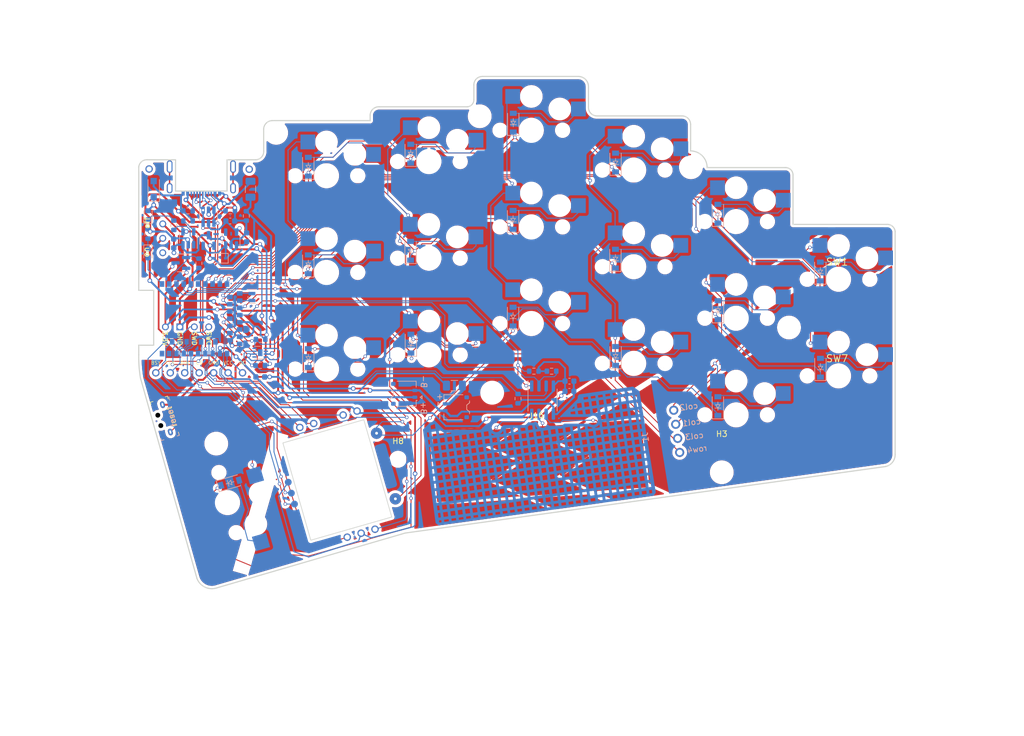
<source format=kicad_pcb>
(kicad_pcb (version 20211014) (generator pcbnew)
  (layers (0 "F.Cu" signal) (31 "B.Cu" signal) (34 "B.Paste" user) (35 "F.Paste" user) (36 "B.SilkS" user "B.Silkscreen") (37 "F.SilkS" user "F.Silkscreen") (38 "B.Mask" user) (39 "F.Mask" user) (44 "Edge.Cuts" user))
  (net 0 "")
  (footprint "mylib:Kailh_Choc_Hotplug" (layer "F.Cu") (at 121.736945 63.011476)
    (fp_text reference "SW5" hide)
    (fp_text value "SW_PUSH-kbd" hide)
  )
  (footprint "MountingHole:MountingHole_3.2mm_M3_DIN965" (layer "F.Cu") (at 185.0322 92.206013)
    (fp_text reference "H4" hide)
    (fp_text value "MountingHole")
  )
  (footprint "mylib:Kailh_Choc_Hotplug" (layer "F.Cu") (at 121.736945 97.011476)
    (fp_text reference "SW17" hide)
    (fp_text value "SW_PUSH-kbd" hide)
  )
  (footprint "mylib:TouchSlider-3_36x12mm" (layer "F.Cu") (at 141.1582 115.638285 4)
    (fp_text reference "J16")
    (fp_text value "Conn_01x03_Male")
  )
  (footprint "mylib:Kailh_Choc_Hotplug" (layer "F.Cu") (at 175.736945 73.572013)
    (fp_text reference "SW2" hide)
    (fp_text value "SW_PUSH-kbd" hide)
  )
  (footprint "mylib:Conn_Display_MountHole" (layer "F.Cu") (at 81.3582 100.170013)
    (fp_text reference "J9" hide)
    (fp_text value "Conn_Display_general")
  )
  (footprint "Connector_PinHeader_2.54mm:PinHeader_1x04_P2.54mm_Vertical" (layer "F.Cu") (at 83.0422 92.096013 -90)
    (fp_text reference "J11" hide)
    (fp_text value "Conn_01x04_Female")
  )
  (footprint "mylib:Kailh_Choc_Hotplug" (layer "F.Cu") (at 103.736945 82.511476)
    (fp_text reference "SW12" hide)
    (fp_text value "SW_PUSH-kbd" hide)
  )
  (footprint "MountingHole:MountingHole_2mm" (layer "F.Cu") (at 116.3142 115.380013)
    (fp_text reference "H8")
    (fp_text value "MountingHole")
  )
  (footprint "MountingHole:MountingHole_3.2mm_M3_DIN965" (layer "F.Cu") (at 94.8922 57.966013)
    (fp_text reference "H7" hide)
    (fp_text value "MountingHole")
  )
  (footprint "mylib:Panasonic_EVQWGD001_Ref" (layer "F.Cu") (at 106.502106 118.771112 106)
    (fp_text reference "Ref1" hide)
    (fp_text value "Conn_01x05")
    (fp_rect (start -8.9 -8.3) (end 8.9 6.5) (layer "Edge.Cuts") (width 0.12) (fill none))
  )
  (footprint "mylib:Kailh_Choc_Hotplug" (layer "F.Cu") (at 157.736945 81.511476)
    (fp_text reference "SW9" hide)
    (fp_text value "SW_PUSH-kbd" hide)
  )
  (footprint "mylib:Kailh_Choc_Hotplug" (layer "F.Cu") (at 175.736945 107.572013)
    (fp_text reference "SW14" hide)
    (fp_text value "SW_PUSH-kbd" hide)
  )
  (footprint "mylib:Kailh_Choc_Hotplug" (layer "F.Cu") (at 157.736945 98.511476)
    (fp_text reference "SW15" hide)
    (fp_text value "SW_PUSH-kbd" hide)
  )
  (footprint "MountingHole:MountingHole_3.2mm_M3_DIN965" (layer "F.Cu") (at 132.8522 103.666013)
    (fp_text reference "H2" hide)
    (fp_text value "MountingHole")
  )
  (footprint "mylib:Kailh_Choc_Hotplug" (layer "F.Cu") (at 139.736945 57.511476)
    (fp_text reference "SW4" hide)
    (fp_text value "SW_PUSH-kbd" hide)
  )
  (footprint "MountingHole:MountingHole_3.2mm_M3_DIN965" (layer "F.Cu") (at 173.2102 117.666013)
    (fp_text reference "H3")
    (fp_text value "MountingHole")
  )
  (footprint "mylib:Kailh_Choc_Hotplug" (layer "F.Cu") (at 193.736945 100.71655)
    (fp_text reference "SW7")
    (fp_text value "SW_PUSH-kbd" hide)
  )
  (footprint "mylib:Kailh_Choc_Hotplug" (layer "F.Cu") (at 139.736945 74.511476)
    (fp_text reference "SW10" hide)
    (fp_text value "SW_PUSH-kbd" hide)
  )
  (footprint "mylib:Kailh_Choc_Hotplug" (layer "F.Cu") (at 139.736945 91.511476)
    (fp_text reference "SW16" hide)
    (fp_text value "SW_PUSH-kbd" hide)
  )
  (footprint "mylib:SW_BSI10" (layer "F.Cu") (at 71.6582 76.518013 90)
    (fp_text reference "SW_Bat1" hide)
    (fp_text value "SW_Battery-kbd")
  )
  (footprint "mylib:Kailh_Choc_Hotplug" (layer "F.Cu") (at 175.736945 90.572013)
    (fp_text reference "SW8" hide)
    (fp_text value "SW_PUSH-kbd" hide)
  )
  (footprint "MountingHole:MountingHole_3.2mm_M3_DIN965" (layer "F.Cu") (at 167.7922 64.016013)
    (fp_text reference "H5" hide)
    (fp_text value "MountingHole")
  )
  (footprint "MountingHole:MountingHole_3.2mm_M3_DIN965" (layer "F.Cu") (at 84.3622 112.626013)
    (fp_text reference "H1" hide)
    (fp_text value "MountingHole")
  )
  (footprint "mylib:Kailh_Choc_Hotplug" (layer "F.Cu") (at 121.736945 80.011476)
    (fp_text reference "SW11" hide)
    (fp_text value "SW_PUSH-kbd" hide)
  )
  (footprint "mylib:Kailh_Choc_Hotplug" (layer "F.Cu") (at 193.736945 83.71655)
    (fp_text reference "SW1")
    (fp_text value "SW_PUSH-kbd" hide)
  )
  (footprint "mylib:Kailh_Choc_Hotplug" (layer "F.Cu") (at 103.736945 65.511476)
    (fp_text reference "SW6" hide)
    (fp_text value "SW_PUSH-kbd" hide)
  )
  (footprint "mylib:Kailh_Choc_Hotplug" (layer "F.Cu") (at 103.736945 99.511476)
    (fp_text reference "SW18" hide)
    (fp_text value "SW_PUSH-kbd" hide)
  )
  (footprint "mylib:Kailh_Choc_Hotplug" (layer "F.Cu") (at 86.3422 123.000013 -74)
    (fp_text reference "SW20" hide)
    (fp_text value "SW_PUSH-kbd" hide)
  )
  (footprint "MountingHole:MountingHole_3.2mm_M3_DIN965" (layer "F.Cu") (at 130.6622 55.046013)
    (fp_text reference "H6" hide)
    (fp_text value "MountingHole")
  )
  (footprint "mylib:Kailh_Choc_Hotplug" (layer "F.Cu") (at 157.736945 64.511476)
    (fp_text reference "SW3" hide)
    (fp_text value "SW_PUSH-kbd" hide)
  )
  (footprint "mylib:Diode" (layer "B.Cu") (at 118.5422 61.626013 90)
    (fp_text reference "D5" hide)
    (fp_text value "1N4148W" hide)
  )
  (footprint "Package_TO_SOT_SMD:SOT-23" (layer "B.Cu") (at 78.1422 80.836013 180)
    (fp_text reference "Q2" hide)
    (fp_text value "AO3407")
  )
  (footprint "Fuse:Fuse_1206_3216Metric" (layer "B.Cu") (at 126.2202 102.426013)
    (fp_text reference "F2" hide)
    (fp_text value "500mA")
  )
  (footprint "Capacitor_SMD:C_0603_1608Metric" (layer "B.Cu") (at 146.4422 101.636013)
    (fp_text reference "C15" hide)
    (fp_text value "1uF")
  )
  (footprint "Resistor_SMD:R_0603_1608Metric" (layer "B.Cu") (at 72.3442 75.756013 90)
    (fp_text reference "R4" hide)
    (fp_text value "1K")
  )
  (footprint "mylib:Diode" (layer "B.Cu") (at 118.5722 95.038013 90)
    (fp_text reference "D17" hide)
    (fp_text value "1N4148W" hide)
  )
  (footprint "LED_SMD:LED_0603_1608Metric" (layer "B.Cu") (at 72.3582 79.170013 -90)
    (fp_text reference "D23" hide)
    (fp_text value "BLUE")
  )
  (footprint "mylib:Diode" (layer "B.Cu") (at 86.7822 119.516013 16)
    (fp_text reference "D20" hide)
    (fp_text value "1N4148W" hide)
  )
  (footprint "Resistor_SMD:R_0603_1608Metric" (layer "B.Cu") (at 76.9022 74.216013 -90)
    (fp_text reference "R6" hide)
    (fp_text value "1K")
  )
  (footprint "Package_TO_SOT_SMD:SOT-23-5" (layer "B.Cu") (at 79.4522 76.506013 90)
    (fp_text reference "U5" hide)
    (fp_text value "TP4054")
  )
  (footprint "Capacitor_SMD:C_0603_1608Metric" (layer "B.Cu") (at 92.0942 100.902013)
    (fp_text reference "C1" hide)
    (fp_text value "4.7u")
  )
  (footprint "Resistor_SMD:R_0603_1608Metric" (layer "B.Cu") (at 137.3962 104.712013 90)
    (fp_text reference "R10" hide)
    (fp_text value "10k")
  )
  (footprint "Capacitor_SMD:C_0603_1608Metric" (layer "B.Cu") (at 76.8922 77.426013 90)
    (fp_text reference "C4" hide)
    (fp_text value "0.1u")
  )
  (footprint "mylib:Diode" (layer "B.Cu") (at 172.5322 72.18655 90)
    (fp_text reference "D2" hide)
    (fp_text value "1N4148W" hide)
  )
  (footprint "Fuse:Fuse_1206_3216Metric" (layer "B.Cu") (at 90.3782 67.882013 90)
    (fp_text reference "F1" hide)
    (fp_text value "500mA")
  )
  (footprint "Resistor_SMD:R_0603_1608Metric" (layer "B.Cu") (at 92.0932 98.870013 180)
    (fp_text reference "R9" hide)
    (fp_text value "5.1k")
  )
  (footprint "LED_SMD:LED_0603_1608Metric" (layer "B.Cu") (at 72.3582 72.454013 90)
    (fp_text reference "D24" hide)
    (fp_text value "RED")
  )
  (footprint "Resistor_SMD:R_0603_1608Metric" (layer "B.Cu") (at 143.3012 99.886013)
    (fp_text reference "R11" hide)
    (fp_text value "10k")
  )
  (footprint "mylib:Diode" (layer "B.Cu") (at 154.5222 80.096013 90)
    (fp_text reference "D9" hide)
    (fp_text value "1N4148W" hide)
  )
  (footprint "Resistor_SMD:R_0603_1608Metric" (layer "B.Cu") (at 81.3122 80.906013 -90)
    (fp_text reference "R5" hide)
    (fp_text value "2M")
  )
  (footprint "mylib:JST_ACH_BM02B-ACHSS-GAN-ETF_1x02-1MP_P1.20mm_Vertical" (layer "B.Cu") (at 126.4742 106.236013 -90)
    (fp_text reference "WirelessCharger1" hide)
    (fp_text value "Conn_01x02_Female" hide)
  )
  (footprint "mylib:Diode" (layer "B.Cu") (at 172.5522 89.14655 90)
    (fp_text reference "D8" hide)
    (fp_text value "1N4148W" hide)
  )
  (footprint "Resistor_SMD:R_0603_1608Metric" (layer "B.Cu") (at 92.1562 94.298013 180)
    (fp_text reference "R8" hide)
    (fp_text value "5.1k")
  )
  (footprint "mylib:E73-2G4M08S1C-52840" (layer "B.Cu") (at 88.8582 90.670013 180)
    (fp_text reference "U1" hide)
    (fp_text value "E73-2G4M08S1C" hide)
  )
  (footprint "Package_TO_SOT_SMD:SOT-23" (layer "B.Cu") (at 83.0122 76.896013 90)
    (fp_text reference "Q1" hide)
    (fp_text value "AO3407")
  )
  (footprint "Capacitor_SMD:C_0603_1608Metric" (layer "B.Cu") (at 146.4322 103.436013)
    (fp_text reference "C14" hide)
    (fp_text value "0.1uF")
  )
  (footprint "mylib:Diode" (layer "B.Cu") (at 154.5422 63.186013 90)
    (fp_text reference "D3" hide)
    (fp_text value "1N4148W" hide)
  )
  (footprint "Resistor_SMD:R_0603_1608Metric" (layer "B.Cu") (at 86.8222 71.692013 180)
    (fp_text reference "R2" hide)
    (fp_text value "5.1K")
  )
  (footprint "Resistor_SMD:R_0603_1608Metric" (layer "B.Cu") (at 79.3922 73.456013)
    (fp_text reference "R7" hide)
    (fp_text value "5K")
  )
  (footprint "mylib:Magnetic-PogoPin-1x04-Female" (layer "B.Cu") (at 165.2922 110.463848 -82)
    (fp_text reference "J1")
    (fp_text value "expantion1")
  )
  (footprint "Capacitor_SMD:C_0603_1608Metric" (layer "B.Cu") (at 86.8222 73.470013)
    (fp_text reference "C3" hide)
    (fp_text value "4.7u")
  )
  (footprint "mylib:JST_ACH_BM02B-ACHSS-GAN-ETF_1x02-1MP_P1.20mm_Vertical" (layer "B.Cu") (at 117.3922 103.866013 90)
    (fp_text reference "Bat_main1" hide)
    (fp_text value "Conn_Battery_solderable")
  )
  (footprint "Package_SO:SOIC-8_3.9x4.9mm_P1.27mm" (layer "B.Cu") (at 141.7142 104.966013 -90)
    (fp_text reference "U8" hide)
    (fp_text value "CAP1203")
  )
  (footprint "Diode_SMD:D_SOD-123F" (layer "B.Cu") (at 73.3622 67.838513 90)
    (fp_text reference "D25" hide)
    (fp_text value "SMF9.0CA")
  )
  (footprint "Resistor_SMD:R_0603_1608Metric" (layer "B.Cu") (at 89.6422 72.586013 -90)
    (fp_text reference "R3" hide)
    (fp_text value "100K")
  )
  (footprint "mylib:Diode" (layer "B.Cu") (at 100.5322 81.086013 90)
    (fp_text reference "D12" hide)
    (fp_text value "1N4148W" hide)
  )
  (footprint "Resistor_SMD:R_0603_1608Metric" (layer "B.Cu") (at 140.1902 99.886013 180)
    (fp_text reference "R12" hide)
    (fp_text value "10k")
  )
  (footprint "mylib:Diode" (layer "B.Cu") (at 136.5322 90.286013 90)
    (fp_text reference "D16" hide)
    (fp_text value "1N4148W" hide)
  )
  (footprint "Package_TO_SOT_SMD:SOT-23-5" (layer "B.Cu") (at 86.9722 76.566013 90)
    (fp_text reference "U3" hide)
    (fp_text value "XC6220B331MR-G")
  )
  (footprint "Capacitor_SMD:C_0603_1608Metric" (layer "B.Cu") (at 89.7022 76.336013 90)
    (fp_text reference "C2" hide)
    (fp_text value "10u")
  )
  (footprint "mylib:Diode" (layer "B.Cu") (at 136.5322 73.266013 90)
    (fp_text reference "D10" hide)
    (fp_text value "1N4148W" hide)
  )
  (footprint "mylib:SW_Reset_vertical" (layer "B.Cu") (at 73.535689 108.776013 -74)
    (fp_text reference "SW_Reset1" hide)
    (fp_text value "SW_RESET-kbd")
  )
  (footprint "mylib:Diode" (layer "B.Cu") (at 190.5522 99.27655 90)
    (fp_text reference "D7" hide)
    (fp_text value "1N4148W" hide)
  )
  (footprint "mylib:Diode" (layer "B.Cu") (at 190.5322 82.35655 90)
    (fp_text reference "D1" hide)
    (fp_text value "1N4148W" hide)
  )
  (footprint "Diode_SMD:D_SOD-323" (layer "B.Cu") (at 84.9622 80.026013 180)
    (fp_text reference "D22" hide)
    (fp_text value "BAT60B")
  )
  (footprint "Resistor_SMD:R_0603_1608Metric" (layer "B.Cu") (at 79.3922 71.692013 180)
    (fp_text reference "R1" hide)
    (fp_text value "5.1K")
  )
  (footprint "mylib:SRV05-4" (layer "B.Cu") (at 83.0022 72.708013 -90)
    (fp_text reference "U2" hide)
    (fp_text value "SRV05-4")
  )
  (footprint "mylib:MAX17048-TDFN-8-1EP_2x2mm_P0.5mm_EP0.8x1.2mm" (layer "B.Cu") (at 92.0842 96.630013 180)
    (fp_text reference "U4" hide)
    (fp_text value "MAX17048")
  )
  (footprint "mylib:PMW3610-Ref" (layer "B.Cu") (at 103.1922 124.666013 16)
    (fp_text reference "Ref2" hide)
    (fp_text value "Conn_1x07")
  )
  (footprint "mylib:Diode" (layer "B.Cu") (at 100.5382 63.922013 90)
    (fp_text reference "D6" hide)
    (fp_text value "1N4148W" hide)
  )
  (footprint "mylib:Diode" (layer "B.Cu") (at 118.5122 78.706013 90)
    (fp_text reference "D11" hide)
    (fp_text value "1N4148W" hide)
  )
  (footprint "mylib:Diode" (layer "B.Cu") (at 136.5622 56.176013 90)
    (fp_text reference "D4" hide)
    (fp_text value "1N4148W" hide)
  )
  (footprint "mylib:Diode" (layer "B.Cu") (at 172.5322 106.02655 90)
    (fp_text reference "D14" hide)
    (fp_text value "1N4148W" hide)
  )
  (footprint "mylib:nrfmicro_USB-C_C168688" (layer "B.Cu") (at 81.736943 68.201476 180)
    (fp_text reference "J12" hide)
    (fp_text value "USB-C USB 2.0 MC-372")
  )
  (footprint "Crystal:Crystal_SMD_MicroCrystal_CM9V-T1A-2Pin_1.6x1.0mm" (layer "B.Cu") (at 90.6322 86.840013 90)
    (fp_text reference "X1" hide)
    (fp_text value "32.768 kHz")
  )
  (footprint "mylib:Diode" (layer "B.Cu") (at 100.5382 97.578013 90)
    (fp_text reference "D18" hide)
    (fp_text value "1N4148W" hide)
  )
  (footprint "mylib:Diode" (layer "B.Cu") (at 154.5522 97.206013 90)
    (fp_text reference "D15" hide)
    (fp_text value "1N4148W" hide)
  )
  (gr_arc (start 203.690184 114.515016) (mid 203.247021 115.872081) (end 202.05 116.65) (layer "Edge.Cuts") (width 0.2))
  (gr_arc (start 92.6922 61.148013) (mid 92.30636 62.244926) (end 91.236943 62.701476) (layer "Edge.Cuts") (width 0.2))
  (gr_arc (start 202.1662 74.066545) (mid 203.189156 74.380917) (end 203.6902 75.32655) (layer "Edge.Cuts") (width 0.2))
  (gr_line (start 203.6902 75.32655) (end 203.690184 114.515016) (layer "Edge.Cuts") (width 0.2))
  (gr_arc (start 166.236943 54.986476) (mid 167.297603 55.425816) (end 167.736943 56.486476) (layer "Edge.Cuts") (width 0.2))
  (gr_arc (start 70.736943 63.951476) (mid 71.240118 63.030286) (end 72.236943 62.701476) (layer "Edge.Cuts") (width 0.2))
  (gr_arc (start 148.091943 48.041476) (mid 149.297005 48.601334) (end 149.786943 49.836476) (layer "Edge.Cuts") (width 0.2))
  (gr_line (start 129.636943 52.080013) (end 129.636943 49.521076) (layer "Edge.Cuts") (width 0.2))
  (gr_arc (start 129.637138 49.521063) (mid 130.080637 48.470679) (end 131.136943 48.041476) (layer "Edge.Cuts") (width 0.2))
  (gr_arc (start 92.6922 57.280013) (mid 93.142538 56.26357) (end 94.1582 55.811476) (layer "Edge.Cuts") (width 0.2))
  (gr_line (start 151.186943 54.986476) (end 166.236943 54.986476) (layer "Edge.Cuts") (width 0.2))
  (gr_line (start 70.736943 85.662013) (end 70.736943 63.951476) (layer "Edge.Cuts") (width 0.2))
  (gr_line (start 185.736943 65.347013) (end 185.736943 74.066545) (layer "Edge.Cuts") (width 0.2))
  (gr_line (start 111.408701 55.811476) (end 111.408701 54.836397) (layer "Edge.Cuts") (width 0.2))
  (gr_line (start 117.5622 128.356013) (end 202.05 116.65) (layer "Edge.Cuts") (width 0.2))
  (gr_arc (start 167.736943 61.147013) (mid 169.79273 62.008903) (end 170.636943 64.072013) (layer "Edge.Cuts") (width 0.2))
  (gr_arc (start 84.5722 137.966013) (mid 82.427545 137.893668) (end 80.9622 136.326013) (layer "Edge.Cuts") (width 0.2))
  (gr_line (start 149.786943 49.836476) (end 149.786943 53.406013) (layer "Edge.Cuts") (width 0.2))
  (gr_line (start 70.736943 95.314013) (end 70.736943 96.980013) (layer "Edge.Cuts") (width 0.2))
  (gr_line (start 170.636943 64.072013) (end 184.386943 64.072013) (layer "Edge.Cuts") (width 0.2))
  (gr_line (start 70.736943 85.662013) (end 73.3602 85.662013) (layer "Edge.Cuts") (width 0.2))
  (gr_line (start 73.3602 95.314013) (end 70.736943 95.314013) (layer "Edge.Cuts") (width 0.2))
  (gr_line (start 94.1582 55.811476) (end 111.408701 55.811476) (layer "Edge.Cuts") (width 0.2))
  (gr_line (start 113.017199 53.380013) (end 128.486943 53.380013) (layer "Edge.Cuts") (width 0.2))
  (gr_arc (start 71.0422 101.106013) (mid 70.791838 99.050244) (end 70.736943 96.980013) (layer "Edge.Cuts") (width 0.2))
  (gr_line (start 185.736943 74.066545) (end 202.1662 74.066545) (layer "Edge.Cuts") (width 0.2))
  (gr_line (start 167.736943 56.486476) (end 167.736943 61.147013) (layer "Edge.Cuts") (width 0.2))
  (gr_arc (start 184.386943 64.072013) (mid 185.326005 64.429918) (end 185.736943 65.347013) (layer "Edge.Cuts") (width 0.2))
  (gr_line (start 91.236943 62.701476) (end 86.256943 62.703976) (layer "Edge.Cuts") (width 0.2))
  (gr_line (start 86.256943 68.201476) (end 86.256943 62.703976) (layer "Edge.Cuts") (width 0.2))
  (gr_line (start 71.0422 101.106013) (end 80.9622 136.326013) (layer "Edge.Cuts") (width 0.2))
  (gr_arc (start 111.408701 54.836397) (mid 111.911323 53.775074) (end 113.017199 53.380013) (layer "Edge.Cuts") (width 0.2))
  (gr_line (start 77.206943 68.201476) (end 86.256943 68.201476) (layer "Edge.Cuts") (width 0.2))
  (gr_line (start 92.6922 61.148013) (end 92.6922 57.280013) (layer "Edge.Cuts") (width 0.2))
  (gr_line (start 77.206943 62.703976) (end 72.236943 62.701476) (layer "Edge.Cuts") (width 0.2))
  (gr_line (start 131.136943 48.041476) (end 148.091943 48.041476) (layer "Edge.Cuts") (width 0.2))
  (gr_line (start 77.206943 62.703976) (end 77.206943 68.201476) (layer "Edge.Cuts") (width 0.2))
  (gr_line (start 117.5622 128.356013) (end 84.5722 137.966013) (layer "Edge.Cuts") (width 0.2))
  (gr_line (start 73.3602 85.662013) (end 73.3602 95.314013) (layer "Edge.Cuts") (width 0.2))
  (gr_arc (start 129.636943 52.080013) (mid 129.331182 52.968186) (end 128.486943 53.380013) (layer "Edge.Cuts") (width 0.2))
  (gr_arc (start 151.186943 54.986476) (mid 150.159619 54.486194) (end 149.786943 53.406013) (layer "Edge.Cuts") (width 0.2))
  (segment (start 135.7822 74.126013) (end 134.7022 73.046013) (width 0.16) (layer "F.Cu") (net 0))
  (segment (start 95.2322 86.424013) (end 97.056524 88.248337) (width 0.16) (layer "F.Cu") (net 0))
  (segment (start 173.1822 97.32655) (end 171.9922 98.51655) (width 0.16) (layer "F.Cu") (net 0))
  (segment (start 93.3302 82.678013) (end 90.7987 82.678013) (width 0.16) (layer "F.Cu") (net 0))
  (segment (start 74.9582 76.518013) (end 73.6582 77.818013) (width 0.35) (layer "F.Cu") (net 0))
  (segment (start 131.8082 108.268013) (end 132.0622 108.014013) (width 0.3) (layer "F.Cu") (net 0))
  (segment (start 99.6922 101.266013) (end 99.6922 94.586013) (width 0.16) (layer "F.Cu") (net 0))
  (segment (start 173.1822 87.00655) (end 173.1822 97.32655) (width 0.16) (layer "F.Cu") (net 0))
  (segment (start 87.1442 95.398013) (end 87.1442 94.008013) (width 0.35) (layer "F.Cu") (net 0))
  (segment (start 188.8222 86.65055) (end 190.4822 84.99055) (width 0.16) (layer "F.Cu") (net 0))
  (segment (start 72.7412 75.328013) (end 72.7412 72.945013) (width 0.35) (layer "F.Cu") (net 0))
  (segment (start 87.7522 99.210013) (end 89.8542 97.108013) (width 0.35) (layer "F.Cu") (net 0))
  (segment (start 95.0622 108.066013) (end 95.0622 113.396013) (width 0.16) (layer "F.Cu") (net 0))
  (segment (start 94.6042 93.188013) (end 92.3842 90.968013) (width 0.2) (layer "F.Cu") (net 0))
  (segment (start 117.8062 62.516013) (end 114.7062 59.416013) (width 0.16) (layer "F.Cu") (net 0))
  (segment (start 87.7342 82.986013) (end 90.1382 80.582013) (width 0.16) (layer "F.Cu") (net 0))
  (segment (start 86.0602 69.152013) (end 87.6242 70.716013) (width 0.35) (layer "F.Cu") (net 0))
  (segment (start 87.1442 94.008013) (end 83.5742 90.438013) (width 0.35) (layer "F.Cu") (net 0))
  (segment (start 190.4822 83.122013) (end 187.034737 79.67455) (width 0.16) (layer "F.Cu") (net 0))
  (segment (start 90.3382 81.090013) (end 93.9422 81.090013) (width 0.16) (layer "F.Cu") (net 0))
  (segment (start 93.0542 97.858013) (end 93.0542 93.634013) (width 0.3) (layer "F.Cu") (net 0))
  (segment (start 137.9622 77.236013) (end 135.7822 75.056013) (width 0.16) (layer "F.Cu") (net 0))
  (segment (start 95.0622 113.396013) (end 100.3422 130.476013) (width 0.16) (layer "F.Cu") (net 0))
  (segment (start 154.748566 111.680628) (end 154.748566 117.247474) (width 0.16) (layer "F.Cu") (net 0))
  (segment (start 99.6922 101.266013) (end 99.6922 103.330013) (width 0.16) (layer "F.Cu") (net 0))
  (segment (start 149.65924 65.921053) (end 113.801716 65.921053) (width 0.16) (layer "F.Cu") (net 0))
  (segment (start 101.7022 95.966013) (end 105.6822 95.966013) (width 0.16) (layer "F.Cu") (net 0))
  (segment (start 90.6602 134.176013) (end 86.3422 132.398013) (width 0.16) (layer "F.Cu") (net 0))
  (segment (start 89.8582 94.552013) (end 85.4242 90.118013) (width 0.16) (layer "F.Cu") (net 0))
  (segment (start 91.5842 97.908013) (end 91.5842 97.238013) (width 0.16) (layer "F.Cu") (net 0))
  (segment (start 74.9582 73.978013) (end 76.9242 75.944013) (width 0.35) (layer "F.Cu") (net 0))
  (segment (start 150.8582 65.342013) (end 152.6362 67.120013) (width 0.16) (layer "F.Cu") (net 0))
  (segment (start 163.485183 67.409533) (end 165.91524 69.83959) (width 0.16) (layer "F.Cu") (net 0))
  (segment (start 112.3122 105.426013) (end 117.8382 111.062013) (width 0.16) (layer "F.Cu") (net 0))
  (segment (start 104.5022 79.406013) (end 109.1822 74.726013) (width 0.16) (layer "F.Cu") (net 0))
  (segment (start 137.3822 100.996013) (end 137.3822 98.826013) (width 0.16) (layer "F.Cu") (net 0))
  (segment (start 87.530711 101.209502) (end 87.7522 100.988013) (width 0.35) (layer "F.Cu") (net 0))
  (segment (start 187.034737 79.67455) (end 188.592737 78.11655) (width 0.16) (layer "F.Cu") (net 0))
  (segment (start 85.6722 101.986013) (end 91.8922 101.986013) (width 0.16) (layer "F.Cu") (net 0))
  (segment (start 86.3422 132.398013) (end 83.2942 121.730013) (width 0.16) (layer "F.Cu") (net 0))
  (segment (start 107.32268 66.713533) (end 107.32268 64.815533) (width 0.16) (layer "F.Cu") (net 0))
  (segment (start 153.9322 83.056013) (end 156.5822 85.706013) (width 0.16) (layer "F.Cu") (net 0))
  (segment (start 120.5622 77.466013) (end 119.3022 78.726013) (width 0.16) (layer "F.Cu") (net 0))
  (segment (start 84.153239 101.37894) (end 84.438312 101.664013) (width 0.16) (layer "F.Cu") (net 0))
  (segment (start 178.5442 79.67455) (end 185.8242 79.67455) (width 0.16) (layer "F.Cu") (net 0))
  (segment (start 84.4942 88.188013) (end 87.8442 88.188013) (width 0.35) (layer "F.Cu") (net 0))
  (segment (start 107.472699 98.296512) (end 105.9222 96.746013) (width 0.16) (layer "F.Cu") (net 0))
  (segment (start 163.605107 67.120013) (end 166.035164 69.55007) (width 0.16) (layer "F.Cu") (net 0))
  (segment (start 100.5662 104.204013) (end 100.8202 104.458013) (width 0.16) (layer "F.Cu") (net 0))
  (segment (start 152.6362 67.120013) (end 163.605107 67.120013) (width 0.16) (layer "F.Cu") (net 0))
  (segment (start 89.3902 98.892013) (end 91.3842 100.886013) (width 0.3) (layer "F.Cu") (net 0))
  (segment (start 105.6822 95.966013) (end 107.5122 97.796013) (width 0.16) (layer "F.Cu") (net 0))
  (segment (start 82.358701 73.092514) (end 79.0222 69.756013) (width 0.35) (layer "F.Cu") (net 0))
  (segment (start 98.6622 93.556013) (end 98.6622 86.806013) (width 0.16) (layer "F.Cu") (net 0))
  (segment (start 150.0922 60.156013) (end 138.2522 60.156013) (width 0.16) (layer "F.Cu") (net 0))
  (segment (start 138.2522 60.156013) (end 136.8522 58.756013) (width 0.16) (layer "F.Cu") (net 0))
  (segment (start 113.7742 104.458013) (end 114.2822 104.458013) (width 0.16) (layer "F.Cu") (net 0))
  (segment (start 89.4342 88.468013) (end 91.4782 86.424013) (width 0.16) (layer "F.Cu") (net 0))
  (segment (start 132.0622 108.014013) (end 141.2062 108.014013) (width 0.3) (layer "F.Cu") (net 0))
  (segment (start 90.773608 77.535651) (end 92.028245 77.535651) (width 0.3) (layer "F.Cu") (net 0))
  (segment (start 87.2142 89.018013) (end 91.6722 93.476013) (width 0.3) (layer "F.Cu") (net 0))
  (segment (start 123.9922 60.406013) (end 125.1022 61.516013) (width 0.16) (layer "F.Cu") (net 0))
  (segment (start 79.3342 76.748013) (end 79.3342 80.598013) (width 0.35) (layer "F.Cu") (net 0))
  (segment (start 113.801716 65.921053) (end 112.826756 66.896013) (width 0.16) (layer "F.Cu") (net 0))
  (segment (start 96.2482 84.392013) (end 96.5022 84.646013) (width 0.16) (layer "F.Cu") (net 0))
  (segment (start 148.474759 96.838013) (end 133.1902 96.838013) (width 0.16) (layer "F.Cu") (net 0))
  (segment (start 82.0222 101.406013) (end 81.2822 101.406013) (width 0.35) (layer "F.Cu") (net 0))
  (segment (start 83.9142 87.608013) (end 84.4942 88.188013) (width 0.35) (layer "F.Cu") (net 0))
  (segment (start 89.1022 104.796013) (end 88.117975 105.780238) (width 0.16) (layer "F.Cu") (net 0))
  (segment (start 83.0122 83.630013) (end 84.7562 81.886013) (width 0.16) (layer "F.Cu") (net 0))
  (segment (start 166.8602 107.484047) (end 165.118234 109.226013) (width 0.16) (layer "F.Cu") (net 0))
  (segment (start 85.9422 82.986013) (end 87.7342 82.986013) (width 0.16) (layer "F.Cu") (net 0))
  (segment (start 134.0922 61.516013) (end 136.8522 58.756013) (width 0.16) (layer "F.Cu") (net 0))
  (segment (start 93.8922 81.668013) (end 108.3642 67.196013) (width 0.16) (layer "F.Cu") (net 0))
  (segment (start 80.1942 84.924011) (end 79.710198 85.408013) (width 0.35) (layer "F.Cu") (net 0))
  (segment (start 87.6242 70.716013) (end 87.6242 71.138013) (width 0.35) (layer "F.Cu") (net 0))
  (segment (start 90.8822 109.666013) (end 90.6922 116.366013) (width 0.16) (layer "F.Cu") (net 0))
  (segment (start 118.6002 127.318013) (end 100.5662 132.398013) (width 0.16) (layer "F.Cu") (net 0))
  (segment (start 79.3342 80.598013) (end 80.1942 81.458013) (width 0.35) (layer "F.Cu") (net 0))
  (segment (start 133.6822 95.656013) (end 136.5122 92.826013) (width 0.16) (layer "F.Cu") (net 0))
  (segment (start 84.204689 74.718013) (end 84.204689 80.578966) (width 0.2) (layer "F.Cu") (net 0))
  (segment (start 79.7102 85.408013) (end 77.9622 87.156013) (width 0.35) (layer "F.Cu") (net 0))
  (segment (start 85.5342 86.568013) (end 87.7102 84.392013) (width 0.16) (layer "F.Cu") (net 0))
  (segment (start 93.7822 98.586013) (end 93.0542 97.858013) (width 0.3) (layer "F.Cu") (net 0))
  (segment (start 95.7402 118.428013) (end 96.5022 121.222013) (width 0.16) (layer "F.Cu") (net 0))
  (segment (start 74.2342 83.878013) (end 76.6342 81.478013) (width 0.3) (layer "F.Cu") (net 0))
  (segment (start 94.1222 108.726013) (end 90.8822 109.666013) (width 0.16) (layer "F.Cu") (net 0))
  (segment (start 118.6822 97.656013) (end 118.6822 96.646013) (width 0.16) (layer "F.Cu") (net 0))
  (segment (start 85.2982 83.630013) (end 85.9422 82.986013) (width 0.16) (layer "F.Cu") (net 0))
  (segment (start 75.4222 86.260013) (end 75.4222 92.096013) (width 0.3) (layer "F.Cu") (net 0))
  (segment (start 91.324654 78.460524) (end 91.476665 78.308513) (width 0.35) (layer "F.Cu") (net 0))
  (segment (start 150.2322 77.236013) (end 137.9622 77.236013) (width 0.16) (layer "F.Cu") (net 0))
  (segment (start 188.592737 78.11655) (end 188.7022 78.11655) (width 0.16) (layer "F.Cu") (net 0))
  (segment (start 97.056524 88.248337) (end 97.056524 102.472337) (width 0.16) (layer "F.Cu") (net 0))
  (segment (start 84.6042 73.858013) (end 84.604199 80.74445) (width 0.2) (layer "F.Cu") (net 0))
  (segment (start 91.5122 88.466013) (end 92.4522 87.526013) (width 0.16) (layer "F.Cu") (net 0))
  (segment (start 190.4822 84.99055) (end 190.4822 83.122013) (width 0.16) (layer "F.Cu") (net 0))
  (segment (start 93.0542 93.634013) (end 93.2122 93.476013) (width 0.3) (layer "F.Cu") (net 0))
  (segment (start 81.7222 70.146013) (end 82.1522 69.716013) (width 0.25) (layer "F.Cu") (net 0))
  (segment (start 112.39372 64.107533) (end 113.91772 65.631533) (width 0.16) (layer "F.Cu") (net 0))
  (segment (start 85.6702 69.152013) (end 83.0442 71.778013) (width 0.35) (layer "F.Cu") (net 0))
  (segment (start 116.6122 77.006013) (end 117.6622 78.056013) (width 0.16) (layer "F.Cu") (net 0))
  (segment (start 115.3022 74.726013) (end 119.3022 78.726013) (width 0.16) (layer "F.Cu") (net 0))
  (segment (start 79.618212 73.642025) (end 77.7142 71.738013) (width 0.35) (layer "F.Cu") (net 0))
  (segment (start 113.91772 65.631533) (end 150.738276 65.631533) (width 0.16) (layer "F.Cu") (net 0))
  (segment (start 84.604199 80.74445) (end 81.994201 83.354448) (width 0.2) (layer "F.Cu") (net 0))
  (segment (start 83.7142 94.533019) (end 83.7142 95.948013) (width 0.2) (layer "F.Cu") (net 0))
  (segment (start 108.46068 64.107533) (end 112.39372 64.107533) (width 0.16) (layer "F.Cu") (net 0))
  (segment (start 81.994201 83.354448) (end 81.9942 92.813019) (width 0.2) (layer "F.Cu") (net 0))
  (segment (start 90.0622 103.066013) (end 95.0622 108.066013) (width 0.16) (layer "F.Cu") (net 0))
  (segment (start 91.6722 93.476013) (end 93.2122 93.476013) (width 0.3) (layer "F.Cu") (net 0))
  (segment (start 89.6542 79.556013) (end 93.8452 79.556013) (width 0.16) (layer "F.Cu") (net 0))
  (segment (start 76.6622 98.707513) (end 79.8957 98.707513) (width 0.16) (layer "F.Cu") (net 0))
  (segment (start 73.3602 70.664513) (end 78.0137 75.318013) (width 0.3) (layer "F.Cu") (net 0))
  (segment (start 92.4522 87.526013) (end 94.7242 87.526013) (width 0.16) (layer "F.Cu") (net 0))
  (segment (start 98.6622 86.806013) (end 96.5022 84.646013) (width 0.16) (layer "F.Cu") (net 0))
  (segment (start 125.1022 61.516013) (end 134.0922 61.516013) (width 0.16) (layer "F.Cu") (net 0))
  (segment (start 99.6322 83.786013) (end 90.6422 83.786013) (width 0.16) (layer "F.Cu") (net 0))
  (segment (start 96.0222 103.321036) (end 97.2642 104.563036) (width 0.35) (layer "F.Cu") (net 0))
  (segment (start 88.4542 75.216243) (end 90.773608 77.535651) (width 0.3) (layer "F.Cu") (net 0))
  (segment (start 86.3142 95.822013) (end 87.8382 97.346013) (width 0.35) (layer "F.Cu") (net 0))
  (segment (start 90.6322 94.552013) (end 89.8582 94.552013) (width 0.16) (layer "F.Cu") (net 0))
  (segment (start 83.2662 80.074013) (end 83.2662 77.788013) (width 0.35) (layer "F.Cu") (net 0))
  (segment (start 107.32268 64.815533) (end 108.3202 63.818013) (width 0.16) (layer "F.Cu") (net 0))
  (segment (start 85.0442 95.822013) (end 86.3142 95.822013) (width 0.35) (layer "F.Cu") (net 0))
  (segment (start 77.9622 87.156013) (end 77.9622 92.096013) (width 0.35) (layer "F.Cu") (net 0))
  (segment (start 84.204689 80.578966) (end 81.59469 83.188965) (width 0.2) (layer "F.Cu") (net 0))
  (segment (start 99.6922 103.330013) (end 100.5662 104.204013) (width 0.16) (layer "F.Cu") (net 0))
  (segment (start 75.7602 98.148013) (end 73.7382 100.170013) (width 0.16) (layer "F.Cu") (net 0))
  (segment (start 92.3842 90.968013) (end 92.3842 90.156013) (width 0.2) (layer "F.Cu") (net 0))
  (segment (start 74.7642 68.788013) (end 77.7142 71.738013) (width 0.35) (layer "F.Cu") (net 0))
  (segment (start 172.0122 89.80655) (end 172.0222 89.80655) (width 0.16) (layer "F.Cu") (net 0))
  (segment (start 110.0222 97.796013) (end 110.5522 97.266013) (width 0.16) (layer "F.Cu") (net 0))
  (segment (start 166.1962 69.26055) (end 169.4002 69.26055) (width 0.16) (layer "F.Cu") (net 0))
  (segment (start 150.0962 66.358013) (end 149.65924 65.921053) (width 0.16) (layer "F.Cu") (net 0))
  (segment (start 169.4002 69.26055) (end 172.4482 72.30855) (width 0.16) (layer "F.Cu") (net 0))
  (segment (start 126.5522 73.046013) (end 122.1322 77.466013) (width 0.16) (layer "F.Cu") (net 0))
  (segment (start 80.7962 75.318013) (end 79.0942 75.318013) (width 0.35) (layer "F.Cu") (net 0))
  (segment (start 84.438312 101.664013) (end 92.147057 101.664013) (width 0.16) (layer "F.Cu") (net 0))
  (segment (start 166.035164 69.55007) (end 168.41972 69.55007) (width 0.16) (layer "F.Cu") (net 0))
  (segment (start 88.117975 105.780238) (end 81.097804 105.780238) (width 0.16) (layer "F.Cu") (net 0))
  (segment (start 90.1382 80.582013) (end 93.9622 80.582013) (width 0.16) (layer "F.Cu") (net 0))
  (segment (start 83.519699 73.092514) (end 82.358701 73.092514) (width 0.35) (layer "F.Cu") (net 0))
  (segment (start 167.57524 69.83959) (end 168.7022 70.96655) (width 0.16) (layer "F.Cu") (net 0))
  (segment (start 134.7022 73.046013) (end 126.5522 73.046013) (width 0.16) (layer "F.Cu") (net 0))
  (segment (start 154.4922 101.488013) (end 164.70587 111.701683) (width 0.16) (layer "F.Cu") (net 0))
  (segment (start 118.6002 122.238013) (end 118.6002 127.318013) (width 0.16) (layer "F.Cu") (net 0))
  (segment (start 84.2822 83.630013) (end 85.4762 82.436013) (width 0.16) (layer "F.Cu") (net 0))
  (segment (start 118.0922 72.454013) (end 113.2842 67.646013) (width 0.16) (layer "F.Cu") (net 0))
  (segment (start 83.8982 100.170013) (end 83.2582 100.170013) (width 0.35) (layer "F.Cu") (net 0))
  (segment (start 122.1322 77.466013) (end 120.5622 77.466013) (width 0.16) (layer "F.Cu") (net 0))
  (segment (start 103.0122 79.406013) (end 104.5022 79.406013) (width 0.16) (layer "F.Cu") (net 0))
  (segment (start 91.5842 97.238013) (end 85.6442 91.298013) (width 0.16) (layer "F.Cu") (net 0))
  (segment (start 108.3642 67.196013) (end 112.9362 67.196013) (width 0.16) (layer "F.Cu") (net 0))
  (segment (start 118.6002 110.300013) (end 118.6002 116.650013) (width 0.16) (layer "F.Cu") (net 0))
  (segment (start 167.911663 85.706013) (end 172.0122 89.80655) (width 0.16) (layer "F.Cu") (net 0))
  (segment (start 90.6242 98.868013) (end 91.5842 97.908013) (width 0.16) (layer "F.Cu") (net 0))
  (segment (start 151.1122 108.522013) (end 150.6042 108.522013) (width 0.16) (layer "F.Cu") (net 0))
  (segment (start 94.0022 90.516013) (end 95.2322 91.746013) (width 0.35) (layer "F.Cu") (net 0))
  (segment (start 82.0522 70.839561) (end 82.0522 71.570513) (width 0.25) (layer "F.Cu") (net 0))
  (segment (start 95.4862 119.698013) (end 96.5022 123.254013) (width 0.16) (layer "F.Cu") (net 0))
  (segment (start 143.539226 113.002123) (end 141.7142 111.177097) (width 0.16) (layer "F.Cu") (net 0))
  (segment (start 166.8602 105.728013) (end 166.8602 107.484047) (width 0.16) (layer "F.Cu") (net 0))
  (segment (start 168.7022 74.84855) (end 170.4722 76.61855) (width 0.16) (layer "F.Cu") (net 0))
  (segment (start 113.2842 67.646013) (end 108.3622 67.646013) (width 0.16) (layer "F.Cu") (net 0))
  (segment (start 83.8982 100.170013) (end 84.937689 101.209502) (width 0.35) (layer "F.Cu") (net 0))
  (segment (start 170.4722 76.61855) (end 170.4722 84.29655) (width 0.16) (layer "F.Cu") (net 0))
  (segment (start 136.5122 92.826013) (end 136.5122 92.786013) (width 0.16) (layer "F.Cu") (net 0))
  (segment (start 93.9622 80.582013) (end 107.6122 66.932013) (width 0.16) (layer "F.Cu") (net 0))
  (segment (start 89.8542 97.108013) (end 90.0342 97.108013) (width 0.35) (layer "F.Cu") (net 0))
  (segment (start 76.9242 75.944013) (end 76.9242 79.058013) (width 0.35) (layer "F.Cu") (net 0))
  (segment (start 114.0482 65.342013) (end 150.8582 65.342013) (width 0.16) (layer "F.Cu") (net 0))
  (segment (start 87.6242 71.138013) (end 86.2642 71.138013) (width 0.35) (layer "F.Cu") (net 0))
  (segment (start 141.7142 111.177097) (end 141.7142 109.030013) (width 0.16) (layer "F.Cu") (net 0))
  (segment (start 92.147057 101.664013) (end 95.909057 105.426013) (width 0.16) (layer "F.Cu") (net 0))
  (segment (start 83.644689 102.776502) (end 82.7862 101.918013) (width 0.16) (layer "F.Cu") (net 0))
  (segment (start 87.8442 88.188013) (end 88.9142 89.258013) (width 0.35) (layer "F.Cu") (net 0))
  (segment (start 83.2942 121.730013) (end 84.5642 120.460013) (width 0.16) (layer "F.Cu") (net 0))
  (segment (start 87.1442 95.398013) (end 88.3242 95.398013) (width 0.2) (layer "F.Cu") (net 0))
  (segment (start 95.2322 91.746013) (end 95.2322 103.696013) (width 0.35) (layer "F.Cu") (net 0))
  (segment (start 72.6842 78.758013) (end 72.6842 83.958013) (width 0.35) (layer "F.Cu") (net 0))
  (segment (start 117.6622 78.056013) (end 117.6622 89.115513) (width 0.16) (layer "F.Cu") (net 0))
  (segment (start 118.6822 96.666013) (end 107.4242 85.408013) (width 0.16) (layer "F.Cu") (net 0))
  (segment (start 118.5122 62.516013) (end 120.6222 60.406013) (width 0.16) (layer "F.Cu") (net 0))
  (segment (start 72.7412 72.945013) (end 71.9142 72.118013) (width 0.35) (layer "F.Cu") (net 0))
  (segment (start 170.4722 84.29655) (end 173.1822 87.00655) (width 0.16) (layer "F.Cu") (net 0))
  (segment (start 107.5122 97.796013) (end 110.0222 97.796013) (width 0.16) (layer "F.Cu") (net 0))
  (segment (start 85.3842 76.528013) (end 87.316711 78.460524) (width 0.35) (layer "F.Cu") (net 0))
  (segment (start 85.5842 87.378013) (end 87.5542 85.408013) (width 0.16) (layer "F.Cu") (net 0))
  (segment (start 85.7622 70.416013) (end 85.7622 70.850013) (width 0.35) (layer "F.Cu") (net 0))
  (segment (start 153.8822 63.946013) (end 150.0922 60.156013) (width 0.16) (layer "F.Cu") (net 0))
  (segment (start 118.5122 62.516013) (end 117.8062 62.516013) (width 0.16) (layer "F.Cu") (net 0))
  (segment (start 73.6582 77.818013) (end 73.6242 77.818013) (width 0.35) (layer "F.Cu") (net 0))
  (segment (start 97.0582 105.776013) (end 100.363511 109.081324) (width 0.16) (layer "F.Cu") (net 0))
  (segment (start 83.3922 69.846013) (end 82.0522 70.839561) (width 0.25) (layer "F.Cu") (net 0))
  (segment (start 143.701798 115.350563) (end 141.514772 117.537589) (width 0.16) (layer "F.Cu") (net 0))
  (segment (start 76.907975 105.780238) (end 74.913308 105.780238) (width 0.35) (layer "F.Cu") (net 0))
  (segment (start 86.2642 71.138013) (end 83.760188 73.642025) (width 0.35) (layer "F.Cu") (net 0))
  (segment (start 131.661911 114.71367) (end 131.661911 111.716302) (width 0.16) (layer "F.Cu") (net 0))
  (segment (start 81.59469 92.978503) (end 82.4642 93.848013) (width 0.2) (layer "F.Cu") (net 0))
  (segment (start 119.3022 107.966013) (end 119.3022 117.916013) (width 0.3) (layer "F.Cu") (net 0))
  (segment (start 94.1742 96.778013) (end 94.6042 96.348013) (width 0.2) (layer "F.Cu") (net 0))
  (segment (start 79.8957 98.707513) (end 81.3582 100.170013) (width 0.16) (layer "F.Cu") (net 0))
  (segment (start 85.7622 70.850013) (end 83.519699 73.092514) (width 0.35) (layer "F.Cu") (net 0))
  (segment (start 81.9942 92.813019) (end 83.7142 94.533019) (width 0.2) (layer "F.Cu") (net 0))
  (segment (start 129.6322 95.316013) (end 129.9522 94.996013) (width 0.16) (layer "F.Cu") (net 0))
  (segment (start 114.2822 104.458013) (end 117.8382 108.014013) (width 0.16) (layer "F.Cu") (net 0))
  (segment (start 87.316711 78.460524) (end 91.324654 78.460524) (width 0.35) (layer "F.Cu") (net 0))
  (segment (start 84.937689 101.209502) (end 87.530711 101.209502) (width 0.35) (layer "F.Cu") (net 0))
  (segment (start 90.7987 81.668013) (end 93.8922 81.668013) (width 0.16) (layer "F.Cu") (net 0))
  (segment (start 86.0602 69.152013) (end 85.6702 69.152013) (width 0.35) (layer "F.Cu") (net 0))
  (segment (start 105.9222 96.746013) (end 102.6022 96.746013) (width 0.16) (layer "F.Cu") (net 0))
  (segment (start 94.6042 96.348013) (end 94.6042 93.188013) (width 0.2) (layer "F.Cu") (net 0))
  (segment (start 171.9922 98.51655) (end 171.9922 98.564013) (width 0.16) (layer "F.Cu") (net 0))
  (segment (start 154.748566 117.247474) (end 155.167105 117.666013) (width 0.16) (layer "F.Cu") (net 0))
  (segment (start 101.4622 130.896013) (end 107.381787 129.082285) (width 0.16) (layer "F.Cu") (net 0))
  (segment (start 154.4922 94.066013) (end 154.4922 101.488013) (width 0.16) (layer "F.Cu") (net 0))
  (segment (start 163.731663 66.796013) (end 166.1962 69.26055) (width 0.16) (layer "F.Cu") (net 0))
  (segment (start 79.1442 82.538013) (end 75.4222 86.260013) (width 0.3) (layer "F.Cu") (net 0))
  (segment (start 114.7062 59.416013) (end 107.7322 59.416013) (width 0.16) (layer "F.Cu") (net 0))
  (segment (start 89.8982 80.074013) (end 93.9622 80.074013) (width 0.16) (layer "F.Cu") (net 0))
  (segment (start 81.2822 101.406013) (end 76.907975 105.780238) (width 0.35) (layer "F.Cu") (net 0))
  (segment (start 113.92164 66.210573) (end 135.72476 66.210573) (width 0.16) (layer "F.Cu") (net 0))
  (segment (start 178.5442 79.67455) (end 178.5442 94.044013) (width 0.16) (layer "F.Cu") (net 0))
  (segment (start 117.6622 89.115513) (end 118.2422 89.695513) (width 0.16) (layer "F.Cu") (net 0))
  (segment (start 100.4622 81.956013) (end 103.0122 79.406013) (width 0.16) (layer "F.Cu") (net 0))
  (segment (start 123.6222 94.296013) (end 124.6422 95.316013) (width 0.16) (layer "F.Cu") (net 0))
  (segment (start 78.8842 97.118013) (end 74.2342 92.468013) (width 0.3) (layer "F.Cu") (net 0))
  (segment (start 165.91524 69.83959) (end 167.57524 69.83959) (width 0.16) (layer "F.Cu") (net 0))
  (segment (start 94.5102 89.258013) (end 96.0222 90.770013) (width 0.35) (layer "F.Cu") (net 0))
  (segment (start 153.9322 80.916013) (end 153.9322 83.056013) (width 0.16) (layer "F.Cu") (net 0))
  (segment (start 100.5662 132.398013) (end 97.2642 132.144013) (width 0.16) (layer "F.Cu") (net 0))
  (segment (start 135.72476 66.210573) (end 136.3802 66.866013) (width 0.16) (layer "F.Cu") (net 0))
  (segment (start 117.8382 111.062013) (end 117.8382 119.270013) (width 0.16) (layer "F.Cu") (net 0))
  (segment (start 71.9142 72.118013) (end 71.9142 69.498013) (width 0.35) (layer "F.Cu") (net 0))
  (segment (start 82.0342 74.718013) (end 84.204689 74.718013) (width 0.2) (layer "F.Cu") (net 0))
  (segment (start 100.363511 109.081324) (end 101.490559 109.081324) (width 0.16) (layer "F.Cu") (net 0))
  (segment (start 85.4762 82.436013) (end 87.5362 82.436013) (width 0.16) (layer "F.Cu") (net 0))
  (segment (start 87.5542 85.408013) (end 94.7242 85.408013) (width 0.16) (layer "F.Cu") (net 0))
  (segment (start 100.5622 72.839013) (end 100.5622 64.956013) (width 0.16) (layer "F.Cu") (net 0))
  (segment (start 112.9362 67.196013) (end 113.92164 66.210573) (width 0.16) (layer "F.Cu") (net 0))
  (segment (start 93.9422 81.090013) (end 94.2162 80.816013) (width 0.16) (layer "F.Cu") (net 0))
  (segment (start 95.6822 105.776013) (end 97.0582 105.776013) (width 0.16) (layer "F.Cu") (net 0))
  (segment (start 81.59469 83.188965) (end 81.59469 92.978503) (width 0.2) (layer "F.Cu") (net 0))
  (segment (start 138.8322 102.446013) (end 137.3822 100.996013) (width 0.16) (layer "F.Cu") (net 0))
  (segment (start 71.9142 69.498013) (end 72.6242 68.788013) (width 0.35) (layer "F.Cu") (net 0))
  (segment (start 120.3522 108.106013) (end 114.8422 102.596013) (width 0.16) (layer "F.Cu") (net 0))
  (segment (start 92.044013 102.776502) (end 83.644689 102.776502) (width 0.16) (layer "F.Cu") (net 0))
  (segment (start 81.097804 105.780238) (end 76.291495 110.586547) (width 0.16) (layer "F.Cu") (net 0))
  (segment (start 100.4622 81.956013) (end 100.4622 82.956013) (width 0.16) (layer "F.Cu") (net 0))
  (segment (start 117.2722 95.236013) (end 115.8822 95.236013) (width 0.16) (layer "F.Cu") (net 0))
  (segment (start 88.9142 89.258013) (end 94.5102 89.258013) (width 0.35) (layer "F.Cu") (net 0))
  (segment (start 153.9322 80.916013) (end 153.9122 80.916013) (width 0.16) (layer "F.Cu") (net 0))
  (segment (start 97.2642 132.144013) (end 90.6602 134.176013) (width 0.16) (layer "F.Cu") (net 0))
  (segment (start 80.8417 70.146013) (end 81.7222 70.146013) (width 0.25) (layer "F.Cu") (net 0))
  (segment (start 164.70587 111.701683) (end 165.466166 111.701683) (width 0.16) (layer "F.Cu") (net 0))
  (segment (start 168.41972 69.55007) (end 178.5442 79.67455) (width 0.16) (layer "F.Cu") (net 0))
  (segment (start 81.2142 98.108013) (end 81.1742 98.148013) (width 0.16) (layer "F.Cu") (net 0))
  (segment (start 84.7562 81.886013) (end 87.3242 81.886013) (width 0.16) (layer "F.Cu") (net 0))
  (segment (start 164.770301 105.785912) (end 164.770301 106.750343) (width 0.16) (layer "F.Cu") (net 0))
  (segment (start 124.5422 95.656013) (end 133.6822 95.656013) (width 0.16) (layer "F.Cu") (net 0))
  (segment (start 108.4402 102.934013) (end 111.0602 102.934013) (width 0.3) (layer "F.Cu") (net 0))
  (segment (start 83.2582 100.170013) (end 82.0222 101.406013) (width 0.35) (layer "F.Cu") (net 0))
  (segment (start 102.6022 96.746013) (end 100.722933 98.62528) (width 0.16) (layer "F.Cu") (net 0))
  (segment (start 112.826756 66.896013) (end 108.1562 66.896013) (width 0.16) (layer "F.Cu") (net 0))
  (segment (start 86.4382 100.170013) (end 83.3862 97.118013) (width 0.3) (layer "F.Cu") (net 0))
  (segment (start 89.3902 97.752013) (end 89.3902 98.892013) (width 0.3) (layer "F.Cu") (net 0))
  (segment (start 74.2342 92.468013) (end 74.2342 83.878013) (width 0.3) (layer "F.Cu") (net 0))
  (segment (start 83.760188 73.642025) (end 79.618212 73.642025) (width 0.35) (layer "F.Cu") (net 0))
  (segment (start 152.516276 67.409533) (end 163.485183 67.409533) (width 0.16) (layer "F.Cu") (net 0))
  (segment (start 72.6242 68.788013) (end 74.7642 68.788013) (width 0.35) (layer "F.Cu") (net 0))
  (segment (start 107.6122 64.956013) (end 108.46068 64.107533) (width 0.16) (layer "F.Cu") (net 0))
  (segment (start 109.1822 74.726013) (end 115.3022 74.726013) (width 0.16) (layer "F.Cu") (net 0))
  (segment (start 107.4242 85.408013) (end 98.5342 85.408013) (width 0.16) (layer "F.Cu") (net 0))
  (segment (start 131.661911 111.716302) (end 133.5862 109.792013) (width 0.16) (layer "F.Cu") (net 0))
  (segment (start 87.7102 84.392013) (end 96.2482 84.392013) (width 0.16) (layer "F.Cu") (net 0))
  (segment (start 112.821701 98.296512) (end 107.472699 98.296512) (width 0.16) (layer "F.Cu") (net 0))
  (segment (start 96.0222 90.770013) (end 96.0222 103.321036) (width 0.35) (layer "F.Cu") (net 0))
  (segment (start 95.909057 105.426013) (end 112.3122 105.426013) (width 0.16) (layer "F.Cu") (net 0))
  (segment (start 141.2062 108.014013) (end 145.0162 104.204013) (width 0.3) (layer "F.Cu") (net 0))
  (segment (start 83.2662 77.788013) (end 80.7962 75.318013) (width 0.35) (layer "F.Cu") (net 0))
  (segment (start 91.3842 100.886013) (end 93.7422 100.886013) (width 0.3) (layer "F.Cu") (net 0))
  (segment (start 85.4522 102.206013) (end 85.6722 101.986013) (width 0.16) (layer "F.Cu") (net 0))
  (segment (start 165.814099 114.177353) (end 148.474759 96.838013) (width 0.16) (layer "F.Cu") (net 0))
  (segment (start 107.6122 66.932013) (end 107.6122 64.956013) (width 0.16) (layer "F.Cu") (net 0))
  (segment (start 81.1742 98.148013) (end 75.7602 98.148013) (width 0.16) (layer "F.Cu") (net 0))
  (segment (start 82.0422 103.066013) (end 90.0622 103.066013) (width 0.16) (layer "F.Cu") (net 0))
  (segment (start 87.7522 100.988013) (end 87.7522 99.210013) (width 0.35) (layer "F.Cu") (net 0))
  (segment (start 84.5442 89.018013) (end 87.2142 89.018013) (width 0.3) (layer "F.Cu") (net 0))
  (segment (start 91.8922 101.986013) (end 95.6822 105.776013) (width 0.16) (layer "F.Cu") (net 0))
  (segment (start 114.8422 102.596013) (end 114.8422 97.836013) (width 0.16) (layer "F.Cu") (net 0))
  (segment (start 115.912478 122.663512) (end 120.3522 118.22379) (width 0.16) (layer "F.Cu") (net 0))
  (segment (start 82.4642 93.848013) (end 82.4642 95.938013) (width 0.2) (layer "F.Cu") (net 0))
  (segment (start 118.6822 96.646013) (end 117.2722 95.236013) (width 0.16) (layer "F.Cu") (net 0))
  (segment (start 76.156643 63.901476) (end 76.156643 67.701476) (width 0.25) (layer "F.Cu") (net 0))
  (segment (start 168.7022 70.96655) (end 168.7022 74.84855) (width 0.16) (layer "F.Cu") (net 0))
  (segment (start 87.3242 81.886013) (end 89.6542 79.556013) (width 0.16) (layer "F.Cu") (net 0))
  (segment (start 112.5242 63.818013) (end 114.0482 65.342013) (width 0.16) (layer "F.Cu") (net 0))
  (segment (start 120.6222 60.406013) (end 123.9922 60.406013) (width 0.16) (layer "F.Cu") (net 0))
  (segment (start 100.8202 104.458013) (end 113.7742 104.458013) (width 0.16) (layer "F.Cu") (net 0))
  (segment (start 81.5322 102.556013) (end 82.0422 103.066013) (width 0.16) (layer "F.Cu") (net 0))
  (segment (start 78.0137 75.318013) (end 79.0942 75.318013) (width 0.3) (layer "F.Cu") (net 0))
  (segment (start 90.0342 97.108013) (end 89.3902 97.752013) (width 0.3) (layer "F.Cu") (net 0))
  (segment (start 93.9622 80.074013) (end 107.32268 66.713533) (width 0.16) (layer "F.Cu") (net 0))
  (segment (start 100.4622 82.956013) (end 99.6322 83.786013) (width 0.16) (layer "F.Cu") (net 0))
  (segment (start 83.5742 90.438013) (end 83.0742 90.438013) (width 0.35) (layer "F.Cu") (net 0))
  (segment (start 87.5362 82.436013) (end 89.8982 80.074013) (width 0.16) (layer "F.Cu") (net 0))
  (segment (start 87.307243 63.901476) (end 87.307243 67.701176) (width 0.25) (layer "F.Cu") (net 0))
  (segment (start 171.9922 98.564013) (end 164.770301 105.785912) (width 0.16) (layer "F.Cu") (net 0))
  (segment (start 150.738276 65.631533) (end 152.516276 67.409533) (width 0.16) (layer "F.Cu") (net 0))
  (segment (start 153.9122 80.916013) (end 150.2322 77.236013) (width 0.16) (layer "F.Cu") (net 0))
  (segment (start 78.8842 97.118013) (end 83.3862 97.118013) (width 0.3) (layer "F.Cu") (net 0))
  (segment (start 111.0602 102.934013) (end 111.3922 103.266013) (width 0.3) (layer "F.Cu") (net 0))
  (segment (start 119.0022 94.296013) (end 123.6222 94.296013) (width 0.16) (layer "F.Cu") (net 0))
  (segment (start 188.8222 94.95655) (end 188.8222 86.65055) (width 0.16) (layer "F.Cu") (net 0))
  (segment (start 99.048954 109.781443) (end 92.044013 102.776502) (width 0.16) (layer "F.Cu") (net 0))
  (segment (start 91.4782 86.424013) (end 95.2322 86.424013) (width 0.16) (layer "F.Cu") (net 0))
  (segment (start 89.1022 103.646013) (end 89.1022 104.796013) (width 0.16) (layer "F.Cu") (net 0))
  (segment (start 108.3202 63.818013) (end 112.5242 63.818013) (width 0.16) (layer "F.Cu") (net 0))
  (segment (start 142.856807 114.505572) (end 143.701798 115.350563) (width 0.16) (layer "F.Cu") (net 0))
  (segment (start 114.6022 103.266013) (end 119.3022 107.966013) (width 0.3) (layer "F.Cu") (net 0))
  (segment (start 99.6922 94.586013) (end 98.6622 93.556013) (width 0.16) (layer "F.Cu") (net 0))
  (segment (start 120.6622 94.586013) (end 123.4722 94.586013) (width 0.16) (layer "F.Cu") (net 0))
  (segment (start 156.5822 85.706013) (end 167.911663 85.706013) (width 0.16) (layer "F.Cu") (net 0))
  (segment (start 97.056524 102.472337) (end 99.5502 104.966013) (width 0.16) (layer "F.Cu") (net 0))
  (segment (start 93.8452 79.556013) (end 100.5622 72.839013) (width 0.16) (layer "F.Cu") (net 0))
  (segment (start 111.3922 103.266013) (end 114.6022 103.266013) (width 0.3) (layer "F.Cu") (net 0))
  (segment (start 123.4722 94.586013) (end 124.5422 95.656013) (width 0.16) (layer "F.Cu") (net 0))
  (segment (start 80.1942 81.458013) (end 80.1942 84.924011) (width 0.35) (layer "F.Cu") (net 0))
  (segment (start 87.7982 83.630013) (end 90.3382 81.090013) (width 0.16) (layer "F.Cu") (net 0))
  (segment (start 100.3422 130.476013) (end 101.4622 130.896013) (width 0.16) (layer "F.Cu") (net 0))
  (segment (start 73.6242 77.818013) (end 72.6842 78.758013) (width 0.35) (layer "F.Cu") (net 0))
  (segment (start 135.7822 75.056013) (end 135.7822 74.126013) (width 0.16) (layer "F.Cu") (net 0))
  (segment (start 124.6422 95.316013) (end 129.6322 95.316013) (width 0.16) (layer "F.Cu") (net 0))
  (segment (start 117.0762 108.776013) (end 118.6002 110.300013) (width 0.16) (layer "F.Cu") (net 0))
  (segment (start 88.3242 95.398013) (end 90.0342 97.108013) (width 0.2) (layer "F.Cu") (net 0))
  (segment (start 154.687532 112.097345) (end 151.1122 108.522013) (width 0.16) (layer "F.Cu") (net 0))
  (segment (start 133.1902 96.838013) (end 121.9322 108.096013) (width 0.16) (layer "F.Cu") (net 0))
  (segment (start 118.6822 97.656013) (end 118.6822 96.566013) (width 0.16) (layer "F.Cu") (net 0))
  (segment (start 187.034737 79.67455) (end 185.8242 79.67455) (width 0.16) (layer "F.Cu") (net 0))
  (segment (start 156.7322 66.796013) (end 163.731663 66.796013) (width 0.16) (layer "F.Cu") (net 0))
  (segment (start 83.0442 71.778013) (end 83.0442 72.318013) (width 0.35) (layer "F.Cu") (net 0))
  (segment (start 115.8822 95.236013) (end 112.821701 98.296512) (width 0.16) (layer "F.Cu") (net 0))
  (segment (start 108.1562 66.896013) (end 94.2262 80.826013) (width 0.16) (layer "F.Cu") (net 0))
  (segment (start 178.5442 94.044013) (end 166.8602 105.728013) (width 0.16) (layer "F.Cu") (net 0))
  (segment (start 153.8822 63.946013) (end 156.7322 66.796013) (width 0.16) (layer "F.Cu") (net 0))
  (segment (start 103.2722 62.246013) (end 100.5622 64.956013) (width 0.16) (layer "F.Cu") (net 0))
  (segment (start 86.5682 83.630013) (end 87.7982 83.630013) (width 0.16) (layer "F.Cu") (net 0))
  (segment (start 107.7322 59.416013) (end 104.9022 62.246013) (width 0.16) (layer "F.Cu") (net 0))
  (segment (start 108.3622 67.646013) (end 93.3302 82.678013) (width 0.16) (layer "F.Cu") (net 0))
  (segment (start 88.4542 74.738013) (end 88.4542 75.216243) (width 0.3) (layer "F.Cu") (net 0))
  (segment (start 104.9022 62.246013) (end 103.2722 62.246013) (width 0.16) (layer "F.Cu") (net 0))
  (segment (start 118.6822 96.566013) (end 120.6622 94.586013) (width 0.16) (layer "F.Cu") (net 0))
  (segment (start 120.3522 118.22379) (end 120.3522 108.106013) (width 0.16) (layer "F.Cu") (net 0))
  (segment (start 113.2662 104.966013) (end 117.0762 108.776013) (width 0.16) (layer "F.Cu") (net 0))
  (segment (start 99.5502 104.966013) (end 113.2662 104.966013) (width 0.16) (layer "F.Cu") (net 0))
  (via (at 79.0942 75.318013) (size 0.8) (drill 0.5) (layers "F.Cu" "B.Cu") (net 0))
  (via (at 131.8082 108.268013) (size 0.7) (drill 0.5) (layers "F.Cu" "B.Cu") (net 0))
  (via (at 96.5022 123.254013) (size 0.6) (drill 0.4) (layers "F.Cu" "B.Cu") (net 0))
  (via (at 95.2322 103.696013) (size 0.8) (drill 0.5) (layers "F.Cu" "B.Cu") (net 0))
  (via (at 85.0442 95.822013) (size 0.8) (drill 0.5) (layers "F.Cu" "B.Cu") (net 0))
  (via (at 170.4722 84.29655) (size 0.6) (drill 0.4) (layers "F.Cu" "B.Cu") (net 0))
  (via (at 117.8382 108.014013) (size 0.6) (drill 0.4) (layers "F.Cu" "B.Cu") (net 0))
  (via (at 129.9522 94.996013) (size 0.6) (drill 0.4) (layers "F.Cu" "B.Cu") (net 0))
  (via (at 136.5122 92.786013) (size 0.6) (drill 0.4) (layers "F.Cu" "B.Cu") (net 0))
  (via (at 94.1742 96.778013) (size 0.8) (drill 0.5) (layers "F.Cu" "B.Cu") (net 0))
  (via (at 93.7822 98.586013) (size 0.7) (drill 0.5) (layers "F.Cu" "B.Cu") (net 0))
  (via (at 82.7862 101.918013) (size 0.6) (drill 0.4) (layers "F.Cu" "B.Cu") (net 0))
  (via (at 85.4522 102.206013) (size 0.6) (drill 0.4) (layers "F.Cu" "B.Cu") (net 0))
  (via (at 94.1222 108.726013) (size 0.6) (drill 0.4) (layers "F.Cu" "B.Cu") (net 0))
  (via (at 168.7022 74.84855) (size 0.6) (drill 0.4) (layers "F.Cu" "B.Cu") (net 0))
  (via (at 100.4622 81.956013) (size 0.6) (drill 0.4) (layers "F.Cu" "B.Cu") (net 0))
  (via (at 96.5022 121.222013) (size 0.6) (drill 0.4) (layers "F.Cu" "B.Cu") (net 0))
  (via (at 84.5642 120.460013) (size 0.6) (drill 0.4) (layers "F.Cu" "B.Cu") (net 0))
  (via (at 83.2662 77.788013) (size 0.8) (drill 0.5) (layers "F.Cu" "B.Cu") (net 0))
  (via (at 97.2642 104.563036) (size 0.8) (drill 0.5) (layers "F.Cu" "B.Cu") (net 0))
  (via (at 121.9322 108.096013) (size 0.6) (drill 0.4) (layers "F.Cu" "B.Cu") (net 0))
  (via (at 94.7242 85.408013) (size 0.6) (drill 0.4) (layers "F.Cu" "B.Cu") (net 0))
  (via (at 83.7142 95.948013) (size 0.6) (drill 0.4) (layers "F.Cu" "B.Cu") (net 0))
  (via (at 117.8382 119.270013) (size 0.6) (drill 0.4) (layers "F.Cu" "B.Cu") (net 0))
  (via (at 85.4242 90.118013) (size 0.6) (drill 0.4) (layers "F.Cu" "B.Cu") (net 0))
  (via (at 172.4482 72.30855) (size 0.6) (drill 0.4) (layers "F.Cu" "B.Cu") (net 0))
  (via (at 93.2122 93.476013) (size 0.7) (drill 0.5) (layers "F.Cu" "B.Cu") (net 0))
  (via (at 85.3842 76.528013) (size 0.8) (drill 0.5) (layers "F.Cu" "B.Cu") (net 0))
  (via (at 118.0922 72.454013) (size 0.6) (drill 0.4) (layers "F.Cu" "B.Cu") (net 0))
  (via (at 153.9322 80.916013) (size 0.6) (drill 0.4) (layers "F.Cu" "B.Cu") (net 0))
  (via (at 77.7142 71.738013) (size 0.8) (drill 0.5) (layers "F.Cu" "B.Cu") (net 0))
  (via (at 84.5442 89.018013) (size 0.7) (drill 0.5) (layers "F.Cu" "B.Cu") (net 0))
  (via (at 90.6922 116.366013) (size 0.6) (drill 0.4) (layers "F.Cu" "B.Cu") (net 0))
  (via (at 94.0022 90.516013) (size 0.8) (drill 0.5) (layers "F.Cu" "B.Cu") (net 0))
  (via (at 98.6622 93.556013) (size 0.6) (drill 0.4) (layers "F.Cu" "B.Cu") (net 0))
  (via (at 154.4922 94.066013) (size 0.6) (drill 0.4) (layers "F.Cu" "B.Cu") (net 0))
  (via (at 90.6242 98.868013) (size 0.6) (drill 0.4) (layers "F.Cu" "B.Cu") (net 0))
  (via (at 111.3922 103.266013) (size 0.8) (drill 0.5) (layers "F.Cu" "B.Cu") (net 0))
  (via (at 145.0162 104.204013) (size 0.7) (drill 0.5) (layers "F.Cu" "B.Cu") (net 0))
  (via (at 110.5522 97.266013) (size 0.6) (drill 0.4) (layers "F.Cu" "B.Cu") (net 0))
  (via (at 82.4642 95.938013) (size 0.6) (drill 0.4) (layers "F.Cu" "B.Cu") (net 0))
  (via (at 91.476665 78.308513) (size 0.8) (drill 0.5) (layers "F.Cu" "B.Cu") (net 0))
  (via (at 89.1022 103.646013) (size 0.6) (drill 0.4) (layers "F.Cu" "B.Cu") (net 0))
  (via (at 85.2982 83.630013) (size 0.6) (drill 0.4) (layers "F.Cu" "B.Cu") (net 0))
  (via (at 100.5622 64.956013) (size 0.6) (drill 0.4) (layers "F.Cu" "B.Cu") (net 0))
  (via (at 90.0342 97.108013) (size 0.8) (drill 0.5) (layers "F.Cu" "B.Cu") (net 0))
  (via (at 83.9142 87.608013) (size 0.8) (drill 0.5) (layers "F.Cu" "B.Cu") (net 0))
  (via (at 82.0622 71.570513) (size 0.6) (drill 0.4) (layers "F.Cu" "B.Cu") (net 0))
  (via (at 172.0222 89.80655) (size 0.6) (drill 0.4) (layers "F.Cu" "B.Cu") (net 0))
  (via (at 79.710198 85.408013) (size 0.8) (drill 0.5) (layers "F.Cu" "B.Cu") (net 0))
  (via (at 137.3822 98.826013) (size 0.6) (drill 0.4) (layers "F.Cu" "B.Cu") (net 0))
  (via (at 83.3922 69.846013) (size 0.6) (drill 0.4) (layers "F.Cu" "B.Cu") (net 0))
  (via (at 150.6042 108.522013) (size 0.6) (drill 0.4) (layers "F.Cu" "B.Cu") (net 0))
  (via (at 171.9922 98.51655) (size 0.6) (drill 0.4) (layers "F.Cu" "B.Cu") (net 0))
  (via (at 90.6422 83.786013) (size 0.6) (drill 0.4) (layers "F.Cu" "B.Cu") (net 0))
  (via (at 82.1522 69.716013) (size 0.6) (drill 0.4) (layers "F.Cu" "B.Cu") (net 0))
  (via (at 79.1442 82.538013) (size 0.7) (drill 0.5) (layers "F.Cu" "B.Cu") (net 0))
  (via (at 85.5842 87.378013) (size 0.6) (drill 0.4) (layers "F.Cu" "B.Cu") (net 0))
  (via (at 90.7987 81.668013) (size 0.6) (drill 0.4) (layers "F.Cu" "B.Cu") (net 0))
  (via (at 118.6822 97.656013) (size 0.6) (drill 0.4) (layers "F.Cu" "B.Cu") (net 0))
  (via (at 119.3022 78.726013) (size 0.6) (drill 0.4) (layers "F.Cu" "B.Cu") (net 0))
  (via (at 114.8422 97.836013) (size 0.6) (drill 0.4) (layers "F.Cu" "B.Cu") (net 0))
  (via (at 118.6002 116.650013) (size 0.6) (drill 0.4) (layers "F.Cu" "B.Cu") (net 0))
  (via (at 118.6002 122.238013) (size 0.6) (drill 0.4) (layers "F.Cu" "B.Cu") (net 0))
  (via (at 72.6842 83.958013) (size 0.8) (drill 0.5) (layers "F.Cu" "B.Cu") (net 0))
  (via (at 80.8417 70.146013) (size 0.6) (drill 0.4) (layers "F.Cu" "B.Cu") (net 0))
  (via (at 100.722933 98.62528) (size 0.6) (drill 0.4) (layers "F.Cu" "B.Cu") (net 0))
  (via (at 84.6042 73.858013) (size 0.6) (drill 0.4) (layers "F.Cu" "B.Cu") (net 0))
  (via (at 89.4342 88.468013) (size 0.6) (drill 0.4) (layers "F.Cu" "B.Cu") (net 0))
  (via (at 88.4542 74.738013) (size 0.7) (drill 0.5) (layers "F.Cu" "B.Cu") (net 0))
  (via (at 83.0122 83.630013) (size 0.6) (drill 0.4) (layers "F.Cu" "B.Cu") (net 0))
  (via (at 136.3802 66.866013) (size 0.6) (drill 0.4) (layers "F.Cu" "B.Cu") (net 0))
  (via (at 118.5122 62.516013) (size 0.6) (drill 0.4) (layers "F.Cu" "B.Cu") (net 0))
  (via (at 119.0022 94.296013) (size 0.6) (drill 0.4) (layers "F.Cu" "B.Cu") (net 0))
  (via (at 101.7022 95.966013) (size 0.6) (drill 0.4) (layers "F.Cu" "B.Cu") (net 0))
  (via (at 141.7142 109.030013) (size 0.6) (drill 0.4) (layers "F.Cu" "B.Cu") (net 0))
  (via (at 79.3342 76.748013) (size 0.8) (drill 0.5) (layers "F.Cu" "B.Cu") (net 0))
  (via (at 83.0442 72.318013) (size 0.8) (drill 0.5) (layers "F.Cu" "B.Cu") (net 0))
  (via (at 85.6442 91.298013) (size 0.6) (drill 0.4) (layers "F.Cu" "B.Cu") (net 0))
  (via (at 119.3022 117.916013) (size 0.8) (drill 0.5) (layers "F.Cu" "B.Cu") (net 0))
  (via (at 133.5862 109.792013) (size 0.6) (drill 0.4) (layers "F.Cu" "B.Cu") (net 0))
  (via (at 85.5342 86.568013) (size 0.6) (drill 0.4) (layers "F.Cu" "B.Cu") (net 0))
  (via (at 153.8822 63.946013) (size 0.6) (drill 0.4) (layers "F.Cu" "B.Cu") (net 0))
  (via (at 108.4402 102.934013) (size 0.8) (drill 0.5) (layers "F.Cu" "B.Cu") (net 0))
  (via (at 76.6622 98.707513) (size 0.6) (drill 0.4) (layers "F.Cu" "B.Cu") (net 0))
  (via (at 79.0222 69.756013) (size 0.8) (drill 0.4) (layers "F.Cu" "B.Cu") (net 0))
  (via (at 73.3602 70.664513) (size 0.8) (drill 0.5) (layers "F.Cu" "B.Cu") (net 0))
  (via (at 85.7622 70.416013) (size 0.8) (drill 0.5) (layers "F.Cu" "B.Cu") (net 0))
  (via (at 87.8382 97.346013) (size 0.8) (drill 0.5) (layers "F.Cu" "B.Cu") (net 0))
  (via (at 136.8522 58.756013) (size 0.6) (drill 0.4) (layers "F.Cu" "B.Cu") (net 0))
  (via (at 83.0742 90.438013) (size 0.8) (drill 0.5) (layers "F.Cu" "B.Cu") (net 0))
  (via (at 96.5022 84.646013) (size 0.6) (drill 0.4) (layers "F.Cu" "B.Cu") (net 0))
  (via (at 117.0762 108.776013) (size 0.6) (drill 0.4) (layers "F.Cu" "B.Cu") (net 0))
  (via (at 84.153239 101.37894) (size 0.6) (drill 0.4) (layers "F.Cu" "B.Cu") (net 0))
  (via (at 76.6342 81.478013) (size 0.7) (drill 0.5) (layers "F.Cu" "B.Cu") (net 0))
  (via (at 138.8322 102.446013) (size 0.6) (drill 0.4) (layers "F.Cu" "B.Cu") (net 0))
  (via (at 92.028245 77.535651) (size 0.7) (drill 0.5) (layers "F.Cu" "B.Cu") (net 0))
  (via (at 81.5322 102.556013) (size 0.6) (drill 0.4) (layers "F.Cu" "B.Cu") (net 0))
  (via (at 91.5122 88.466013) (size 0.6) (drill 0.4) (layers "F.Cu" "B.Cu") (net 0))
  (via (at 98.5342 85.408013) (size 0.6) (drill 0.4) (layers "F.Cu" "B.Cu") (net 0))
  (via (at 86.5682 83.630013) (size 0.6) (drill 0.4) (layers "F.Cu" "B.Cu") (net 0))
  (via (at 86.0602 69.152013) (size 0.8) (drill 0.5) (layers "F.Cu" "B.Cu") (net 0))
  (via (at 87.6242 71.138013) (size 0.8) (drill 0.5) (layers "F.Cu" "B.Cu") (net 0))
  (via (at 150.0962 66.358013) (size 0.6) (drill 0.4) (layers "F.Cu" "B.Cu") (net 0))
  (via (at 116.6122 77.006013) (size 0.6) (drill 0.4) (layers "F.Cu" "B.Cu") (net 0))
  (via (at 90.7987 82.678013) (size 0.6) (drill 0.4) (layers "F.Cu" "B.Cu") (net 0))
  (via (at 135.7822 74.126013) (size 0.6) (drill 0.4) (layers "F.Cu" "B.Cu") (net 0))
  (via (at 87.1442 95.398013) (size 0.8) (drill 0.5) (layers "F.Cu" "B.Cu") (net 0))
  (via (at 95.4862 119.698013) (size 0.6) (drill 0.4) (layers "F.Cu" "B.Cu") (net 0))
  (via (at 84.2822 83.630013) (size 0.6) (drill 0.4) (layers "F.Cu" "B.Cu") (net 0))
  (via (at 92.3842 90.156013) (size 0.8) (drill 0.5) (layers "F.Cu" "B.Cu") (net 0))
  (via (at 95.7402 118.428013) (size 0.6) (drill 0.4) (layers "F.Cu" "B.Cu") (net 0))
  (via (at 94.7242 87.526013) (size 0.6) (drill 0.4) (layers "F.Cu" "B.Cu") (net 0))
  (via (at 82.0342 74.718013) (size 0.6) (drill 0.4) (layers "F.Cu" "B.Cu") (net 0))
  (via (at 188.8222 94.95655) (size 0.6) (drill 0.4) (layers "F.Cu" "B.Cu") (net 0))
  (via (at 81.2142 98.108013) (size 0.6) (drill 0.4) (layers "F.Cu" "B.Cu") (net 0))
  (via (at 83.2662 80.074013) (size 0.8) (drill 0.5) (layers "F.Cu" "B.Cu") (net 0))
  (via (at 90.6322 94.552013) (size 0.6) (drill 0.4) (layers "F.Cu" "B.Cu") (net 0))
  (via (at 72.7412 75.328013) (size 0.8) (drill 0.5) (layers "F.Cu" "B.Cu") (net 0))
  (via (at 188.7022 78.11655) (size 0.6) (drill 0.4) (layers "F.Cu" "B.Cu") (net 0))
  (via (at 76.9242 79.058013) (size 0.8) (drill 0.5) (layers "F.Cu" "B.Cu") (net 0))
  (via (at 118.2422 89.695513) (size 0.6) (drill 0.4) (layers "F.Cu" "B.Cu") (net 0))
  (via (at 93.7422 100.886013) (size 0.8) (drill 0.5) (layers "F.Cu" "B.Cu") (net 0))
  (segment (start 72.6842 83.958013) (end 76.2342 87.508013) (width 0.35) (layer "B.Cu") (net 0))
  (segment (start 78.6302 95.886013) (end 78.222178 95.886013) (width 0.16) (layer "B.Cu") (net 0))
  (segment (start 190.5322 83.77655) (end 190.5322 84.00655) (width 0.16) (layer "B.Cu") (net 0))
  (segment (start 122.8922 59.976013) (end 124.4122 61.496013) (width 0.16) (layer "B.Cu") (net 0))
  (segment (start 201.2722 99.19655) (end 202.011945 98.456805) (width 0.16) (layer "B.Cu") (net 0))
  (segment (start 134.525689 101.016502) (end 137.6952 104.186013) (width 0.16) (layer "B.Cu") (net 0))
  (segment (start 78.6382 96.789013) (end 78.6382 96.287457) (width 0.16) (layer "B.Cu") (net 0))
  (segment (start 91.2762 98.870013) (end 92.2322 99.826013) (width 0.16) (layer "B.Cu") (net 0))
  (segment (start 93.0717 95.880013) (end 95.0362 95.880013) (width 0.2) (layer "B.Cu") (net 0))
  (segment (start 150.0122 66.274013) (end 150.0962 66.358013) (width 0.16) (layer "B.Cu") (net 0))
  (segment (start 136.5122 92.786013) (end 136.5122 91.956013) (width 0.16) (layer "B.Cu") (net 0))
  (segment (start 93.7082 110.808013) (end 93.7082 113.602013) (width 0.16) (layer "B.Cu") (net 0))
  (segment (start 81.2142 98.108013) (end 81.8142 97.508013) (width 0.16) (layer "B.Cu") (net 0))
  (segment (start 118.5122 79.516013) (end 119.3022 78.726013) (width 0.16) (layer "B.Cu") (net 0))
  (segment (start 135.7822 74.126013) (end 135.7822 74.166013) (width 0.16) (layer "B.Cu") (net 0))
  (segment (start 179.7222 98.96655) (end 189.4922 98.96655) (width 0.16) (layer "B.Cu") (net 0))
  (segment (start 109.823392 128.382166) (end 109.3922 129.766013) (width 0.2) (layer "B.Cu") (net 0))
  (segment (start 80.491943 69.282527) (end 80.2172 69.55727) (width 0.16) (layer "B.Cu") (net 0))
  (segment (start 89.6422 73.411013) (end 87.6562 73.411013) (width 0.35) (layer "B.Cu") (net 0))
  (segment (start 172.5522 90.79655) (end 172.5522 91.79655) (width 0.16) (layer "B.Cu") (net 0))
  (segment (start 88.4542 74.896513) (end 88.4542 74.738013) (width 0.3) (layer "B.Cu") (net 0))
  (segment (start 80.4022 77.643513) (end 80.4022 76.746013) (width 0.16) (layer "B.Cu") (net 0))
  (segment (start 118.0922 72.454013) (end 114.5022 68.864013) (width 0.16) (layer "B.Cu") (net 0))
  (segment (start 83.9522 71.570513) (end 83.9522 73.845513) (width 0.25) (layer "B.Cu") (net 0))
  (segment (start 87.2382 81.344013) (end 85.2302 81.344013) (width 0.35) (layer "B.Cu") (net 0))
  (segment (start 112.538375 109.757838) (end 112.538375 110.798443) (width 0.16) (layer "B.Cu") (net 0))
  (segment (start 97.361223 104.466013) (end 97.2642 104.563036) (width 0.35) (layer "B.Cu") (net 0))
  (segment (start 96.9822 61.002013) (end 96.9822 73.442013) (width 0.16) (layer "B.Cu") (net 0))
  (segment (start 110.13478 102.156013) (end 112.434291 99.856502) (width 0.16) (layer "B.Cu") (net 0))
  (segment (start 76.8922 79.026013) (end 76.9242 79.058013) (width 0.35) (layer "B.Cu") (net 0))
  (segment (start 90.2622 96.880013) (end 90.0342 97.108013) (width 0.2) (layer "B.Cu") (net 0))
  (segment (start 79.2822 96.095991) (end 79.2822 99.706013) (width 0.16) (layer "B.Cu") (net 0))
  (segment (start 136.5322 71.616013) (end 141.1622 71.616013) (width 0.16) (layer "B.Cu") (net 0))
  (segment (start 110.107838 80.976013) (end 111.932375 79.151476) (width 0.16) (layer "B.Cu") (net 0))
  (segment (start 117.8382 119.270013) (end 117.8382 125.392013) (width 0.16) (layer "B.Cu") (net 0))
  (segment (start 112.434291 99.856502) (end 122.858109 99.856502) (width 0.16) (layer "B.Cu") (net 0))
  (segment (start 114.5022 60.846013) (end 118.286737 57.061476) (width 0.16) (layer "B.Cu") (net 0))
  (segment (start 79.4522 77.643513) (end 79.4522 76.866013) (width 0.35) (layer "B.Cu") (net 0))
  (segment (start 153.8822 63.946013) (end 154.5422 64.606013) (width 0.16) (layer "B.Cu") (net 0))
  (segment (start 118.899841 111.128372) (end 121.9322 108.096013) (width 0.16) (layer "B.Cu") (net 0))
  (segment (start 127.4902 106.998013) (end 126.7282 107.760013) (width 0.35) (layer "B.Cu") (net 0))
  (segment (start 87.0887 85.378013) (end 82.0052 85.378013) (width 0.16) (layer "B.Cu") (net 0))
  (segment (start 89.2542 97.498013) (end 90.6242 98.868013) (width 0.16) (layer "B.Cu") (net 0))
  (segment (start 77.0252 76.518013) (end 79.1042 76.518013) (width 0.35) (layer "B.Cu") (net 0))
  (segment (start 150.2922 79.676013) (end 150.2922 83.846013) (width 0.16) (layer "B.Cu") (net 0))
  (segment (start 94.6322 95.136013) (end 101.94171 87.826503) (width 0.16) (layer "B.Cu") (net 0))
  (segment (start 83.0022 71.570513) (end 83.0022 72.276013) (width 0.35) (layer "B.Cu") (net 0))
  (segment (start 172.4482 72.30855) (end 172.5322 72.39255) (width 0.16) (layer "B.Cu") (net 0))
  (segment (start 96.5022 123.254013) (end 98.113647 123.257063) (width 0.16) (layer "B.Cu") (net 0))
  (segment (start 138.4742 108.776013) (end 134.6022 108.776013) (width 0.16) (layer "B.Cu") (net 0))
  (segment (start 81.2242 78.578013) (end 80.7942 79.008013) (width 0.35) (layer "B.Cu") (net 0))
  (segment (start 84.141943 69.120498) (end 84.141943 68.601476) (width 0.35) (layer "B.Cu") (net 0))
  (segment (start 136.3802 66.866013) (end 136.461945 66.947758) (width 0.16) (layer "B.Cu") (net 0))
  (segment (start 93.8002 97.854013) (end 93.3262 97.380013) (width 0.2) (layer "B.Cu") (net 0))
  (segment (start 136.5322 91.936013) (end 136.5322 90.556013) (width 0.16) (layer "B.Cu") (net 0))
  (segment (start 83.0842 94.839013) (end 83.0842 98.368583) (width 0.16) (layer "B.Cu") (net 0))
  (segment (start 166.011945 95.736268) (end 166.011945 94.761476) (width 0.16) (layer "B.Cu") (net 0))
  (segment (start 145.6672 103.426013) (end 145.6572 103.436013) (width 0.3) (layer "B.Cu") (net 0))
  (segment (start 83.3342 76.280513) (end 83.3342 76.628013) (width 0.35) (layer "B.Cu") (net 0))
  (segment (start 76.2342 87.508013) (end 83.8142 87.508013) (width 0.35) (layer "B.Cu") (net 0))
  (segment (start 90.6262 98.870013) (end 90.6242 98.868013) (width 0.16) (layer "B.Cu") (net 0))
  (segment (start 89.1097 77.703513) (end 87.9222 77.703513) (width 0.3) (layer "B.Cu") (net 0))
  (segment (start 137.513869 105.528578) (end 138.106434 104.936013) (width 0.3) (layer "B.Cu") (net 0))
  (segment (start 122.858109 99.856502) (end 124.018109 101.016502) (width 0.16) (layer "B.Cu") (net 0))
  (segment (start 165.5222 63.096013) (end 166.011945 62.606268) (width 0.16) (layer "B.Cu") (net 0))
  (segment (start 78.5672 71.692013) (end 77.7602 71.692013) (width 0.35) (layer "B.Cu") (net 0))
  (segment (start 172.5322 70.53655) (end 177.5922 70.53655) (width 0.16) (layer "B.Cu") (net 0))
  (segment (start 171.036737 67.622013) (end 172.461945 67.622013) (width 0.16) (layer "B.Cu") (net 0))
  (segment (start 188.7022 78.11655) (end 190.111945 78.11655) (width 0.16) (layer "B.Cu") (net 0))
  (segment (start 98.5342 85.408013) (end 94.7242 85.408013) (width 0.16) (layer "B.Cu") (net 0))
  (segment (start 84.5642 120.460013) (end 85.196118 119.970815) (width 0.16) (layer "B.Cu") (net 0))
  (segment (start 72.3722 97.675013) (end 72.3722 100.902013) (width 0.16) (layer "B.Cu") (net 0))
  (segment (start 83.012201 79.058014) (end 83.266199 79.058014) (width 0.3) (layer "B.Cu") (net 0))
  (segment (start 101.6642 95.928013) (end 101.7022 95.966013) (width 0.16) (layer "B.Cu") (net 0))
  (segment (start 81.491943 71.010256) (end 81.491943 68.825996) (width 0.25) (layer "B.Cu") (net 0))
  (segment (start 118.5122 77.056013) (end 123.1722 77.056013) (width 0.16) (layer "B.Cu") (net 0))
  (segment (start 124.5992 106.836013) (end 125.5232 107.760013) (width 0.4) (layer "B.Cu") (net 0))
  (segment (start 138.5822 100.936013) (end 140.2522 100.936013) (width 0.16) (layer "B.Cu") (net 0))
  (segment (start 141.0152 99.886013) (end 141.0152 99.213013) (width 0.3) (layer "B.Cu") (net 0))
  (segment (start 136.461945 66.947758) (end 136.461945 68.561476) (width 0.16) (layer "B.Cu") (net 0))
  (segment (start 85.2602 69.914013) (end 85.7622 70.416013) (width 0.35) (layer "B.Cu") (net 0))
  (segment (start 92.1562 93.536013) (end 92.1562 92.520013) (width 0.3) (layer "B.Cu") (net 0))
  (segment (start 109.0522 108.016013) (end 97.8722 111.196013) (width 0.16) (layer "B.Cu") (net 0))
  (segment (start 72.3442 76.581013) (end 72.3442 78.368513) (width 0.16) (layer "B.Cu") (net 0))
  (segment (start 80.334574 86.447025) (end 80.773586 86.008013) (width 0.16) (layer "B.Cu") (net 0))
  (segment (start 132.6122 70.796013) (end 132.6122 81.711731) (width 0.16) (layer "B.Cu") (net 0))
  (segment (start 100.5322 79.436013) (end 105.2422 79.436013) (width 0.16) (layer "B.Cu") (net 0))
  (segment (start 86.7662 86.837013) (end 85.8032 86.837013) (width 0.16) (layer "B.Cu") (net 0))
  (segment (start 76.7342 98.635513) (end 76.6622 98.707513) (width 0.16) (layer "B.Cu") (net 0))
  (segment (start 79.556178 95.822013) (end 79.2822 96.095991) (width 0.16) (layer "B.Cu") (net 0))
  (segment (start 93.7422 100.886013) (end 95.2722 100.886013) (width 0.3) (layer "B.Cu") (net 0))
  (segment (start 166.011945 78.756268) (end 166.011945 77.761476) (width 0.16) (layer "B.Cu") (net 0))
  (segment (start 89.7022 77.111013) (end 89.1097 77.703513) (width 0.3) (layer "B.Cu") (net 0))
  (segment (start 72.3582 82.042013) (end 74.8282 84.512013) (width 0.16) (layer "B.Cu") (net 0))
  (segment (start 92.9812 94.298013) (end 92.9812 93.707013) (width 0.3) (layer "B.Cu") (net 0))
  (segment (start 95.16834 106.236013) (end 108.275973 106.236013) (width 0.3) (layer "B.Cu") (net 0))
  (segment (start 94.4422 97.854013) (end 93.8002 97.854013) (width 0.2) (layer "B.Cu") (net 0))
  (segment (start 84.9882 95.878013) (end 84.9882 96.789013) (width 0.35) (layer "B.Cu") (net 0))
  (segment (start 94.1132 103.696013) (end 95.2322 103.696013) (width 0.35) (layer "B.Cu") (net 0))
  (segment (start 79.6202 90.438013) (end 83.0742 90.438013) (width 0.35) (layer "B.Cu") (net 0))
  (segment (start 76.6062 94.711013) (end 75.4642 95.853013) (width 0.16) (layer "B.Cu") (net 0))
  (segment (start 73.3622 66.438513) (end 73.3622 67.384013) (width 0.35) (layer "B.Cu") (net 0))
  (segment (start 100.461945 76.561476) (end 96.5022 80.521221) (width 0.16) (layer "B.Cu") (net 0))
  (segment (start 79.706778 95.469457) (end 79.7822 95.394035) (width 0.16) (layer "B.Cu") (net 0))
  (segment (start 73.3622 67.384013) (end 74.954183 68.975996) (width 0.35) (layer "B.Cu") (net 0))
  (segment (start 87.6322 93.155991) (end 88.238178 92.550013) (width 0.35) (layer "B.Cu") (net 0))
  (segment (start 139.8092 107.441013) (end 138.4742 108.776013) (width 0.16) (layer "B.Cu") (net 0))
  (segment (start 125.180892 99.196991) (end 136.843178 99.196991) (width 0.16) (layer "B.Cu") (net 0))
  (segment (start 90.3782 71.025013) (end 89.6422 71.761013) (width 0.35) (layer "B.Cu") (net 0))
  (segment (start 84.153239 101.37894) (end 83.784557 101.37894) (width 0.16) (layer "B.Cu") (net 0))
  (segment (start 142.9022 56.046013) (end 146.1222 56.046013) (width 0.16) (layer "B.Cu") (net 0))
  (segment (start 85.2982 100.488013) (end 86.474209 101.664022) (width 0.16) (layer "B.Cu") (net 0))
  (segment (start 145.0162 104.204013) (end 145.0162 104.077013) (width 0.3) (layer "B.Cu") (net 0))
  (segment (start 183.0522 72.07655) (end 184.011945 71.116805) (width 0.16) (layer "B.Cu") (net 0))
  (segment (start 76.8922 76.651013) (end 75.5692 75.328013) (width 0.35) (layer "B.Cu") (net 0))
  (segment (start 84.9882 84.551013) (end 84.9882 83.940013) (width 0.16) (layer "B.Cu") (net 0))
  (segment (start 80.2322 97.735013) (end 80.2322 100.746013) (width 0.16) (layer "B.Cu") (net 0))
  (segment (start 82.7242 100.318583) (end 82.7242 99.138013) (width 0.16) (layer "B.Cu") (net 0))
  (segment (start 141.0152 99.213013) (end 141.9522 98.276013) (width 0.3) (layer "B.Cu") (net 0))
  (segment (start 87.9322 97.346013) (end 87.8382 97.346013) (width 0.35) (layer "B.Cu") (net 0))
  (segment (start 83.3342 76.628013) (end 85.2842 76.628013) (width 0.35) (layer "B.Cu") (net 0))
  (segment (start 88.4772 88.740013) (end 89.1622 88.740013) (width 0.16) (layer "B.Cu") (net 0))
  (segment (start 136.5322 90.556013) (end 138.1722 88.916013) (width 0.16) (layer "B.Cu") (net 0))
  (segment (start 89.1362 126.810013) (end 89.8982 129.604013) (width 0.16) (layer "B.Cu") (net 0))
  (segment (start 86.2582 83.940013) (end 86.5682 83.630013) (width 0.16) (layer "B.Cu") (net 0))
  (segment (start 82.0622 78.108013) (end 83.012201 79.058014) (width 0.3) (layer "B.Cu") (net 0))
  (segment (start 144.1262 100.512013) (end 144.1262 99.886013) (width 0.16) (layer "B.Cu") (net 0))
  (segment (start 85.6242 98.896583) (end 85.008689 99.512094) (width 0.16) (layer "B.Cu") (net 0))
  (segment (start 141.1622 71.616013) (end 142.5222 72.976013) (width 0.16) (layer "B.Cu") (net 0))
  (segment (start 190.111945 78.11655) (end 190.461945 77.76655) (width 0.16) (layer "B.Cu") (net 0))
  (segment (start 91.3192 100.733013) (end 87.9322 97.346013) (width 0.35) (layer "B.Cu") (net 0))
  (segment (start 80.8417 70.146013) (end 80.7262 70.030513) (width 0.25) (layer "B.Cu") (net 0))
  (segment (start 143.6192 106.183013) (end 143.0322 105.596013) (width 0.35) (layer "B.Cu") (net 0))
  (segment (start 127.6202 103.312013) (end 127.6202 102.426013) (width 0.5) (layer "B.Cu") (net 0))
  (segment (start 136.5622 58.466013) (end 136.8522 58.756013) (width 0.16) (layer "B.Cu") (net 0))
  (segment (start 182.4722 89.09655) (end 184.011945 87.556805) (width 0.16) (layer "B.Cu") (net 0))
  (segment (start 144.590046 98.276013) (end 145.6672 99.353167) (width 0.3) (layer "B.Cu") (net 0))
  (segment (start 136.5622 54.526013) (end 141.3822 54.526013) (width 0.16) (layer "B.Cu") (net 0))
  (segment (start 86.6022 70.486013) (end 85.8322 70.486013) (width 0.35) (layer "B.Cu") (net 0))
  (segment (start 82.0522 71.570513) (end 81.491943 71.010256) (width 0.25) (layer "B.Cu") (net 0))
  (segment (start 80.5642 79.668013) (end 79.2977 79.668013) (width 0.16) (layer "B.Cu") (net 0))
  (segment (start 79.7822 93.590013) (end 80.3242 93.048013) (width 0.16) (layer "B.Cu") (net 0))
  (segment (start 106.7822 80.976013) (end 110.107838 80.976013) (width 0.16) (layer "B.Cu") (net 0))
  (segment (start 85.509663 68.601476) (end 86.0602 69.152013) (width 0.35) (layer "B.Cu") (net 0))
  (segment (start 156.6022 100.906013) (end 161.9822 100.906013) (width 0.16) (layer "B.Cu") (net 0))
  (segment (start 77.4497 77.643513) (end 76.8922 78.201013) (width 0.35) (layer "B.Cu") (net 0))
  (segment (start 87.250748 85.698013) (end 80.575161 85.698013) (width 0.16) (layer "B.Cu") (net 0))
  (segment (start 119.3022 117.916013) (end 119.3022 126.956013) (width 0.2) (layer "B.Cu") (net 0))
  (segment (start 86.7662 90.647013) (end 86.2952 90.647013) (width 0.16) (layer "B.Cu") (net 0))
  (segment (start 80.491943 68.601476) (end 80.491943 69.282527) (width 0.16) (layer "B.Cu") (net 0))
  (segment (start 201.0722 82.18655) (end 202.011945 81.246805) (width 0.16) (layer "B.Cu") (net 0))
  (segment (start 79.9082 100.932013) (end 81.5322 102.556013) (width 0.16) (layer "B.Cu") (net 0))
  (segment (start 86.3132 88.107013) (end 85.5842 87.378013) (width 0.16) (layer "B.Cu") (net 0))
  (segment (start 79.0437 75.368513) (end 79.0942 75.318013) (width 0.3) (layer "B.Cu") (net 0))
  (segment (start 79.9082 85.210011) (end 79.710198 85.408013) (width 0.2) (layer "B.Cu") (net 0))
  (segment (start 159.0522 95.556013) (end 160.4122 96.916013) (width 0.16) (layer "B.Cu") (net 0))
  (segment (start 89.8982 129.604013) (end 92.22783 129.920813) (width 0.16) (layer "B.Cu") (net 0))
  (segment (start 132.6122 81.711731) (end 136.461945 85.561476) (width 0.16) (layer "B.Cu") (net 0))
  (segment (start 143.6192 107.441013) (end 143.6192 106.183013) (width 0.35) (layer "B.Cu") (net 0))
  (segment (start 78.0022 96.105991) (end 78.0022 98.446013) (width 0.16) (layer "B.Cu") (net 0))
  (segment (start 79.4562 95.469457) (end 79.706778 95.469457) (width 0.16) (layer "B.Cu") (net 0))
  (segment (start 150.0122 67.436013) (end 154.461945 71.885758) (width 0.16) (layer "B.Cu") (net 0))
  (segment (start 93.0717 96.880013) (end 94.0722 96.880013) (width 0.25) (layer "B.Cu") (net 0))
  (segment (start 83.0122 75.958513) (end 81.8437 75.958513) (width 0.35) (layer "B.Cu") (net 0))
  (segment (start 172.5322 74.56655) (end 178.6022 80.63655) (width 0.16) (layer "B.Cu") (net 0))
  (segment (start 92.9182 98.870013) (end 93.4982 98.870013) (width 0.3) (layer "B.Cu") (net 0))
  (segment (start 75.5692 75.328013) (end 72.7412 75.328013) (width 0.35) (layer "B.Cu") (net 0))
  (segment (start 147.2072 101.646013) (end 147.2172 101.636013) (width 0.35) (layer "B.Cu") (net 0))
  (segment (start 84.0722 102.206013) (end 85.4522 102.206013) (width 0.16) (layer "B.Cu") (net 0))
  (segment (start 92.8857 100.902013) (end 92.9017 100.886013) (width 0.3) (layer "B.Cu") (net 0))
  (segment (start 100.5622 64.956013) (end 100.5622 65.548013) (width 0.16) (layer "B.Cu") (net 0))
  (segment (start 154.5222 78.446013) (end 159.1822 78.446013) (width 0.16) (layer "B.Cu") (net 0))
  (segment (start 83.0022 72.276013) (end 83.0442 72.318013) (width 0.35) (layer "B.Cu") (net 0))
  (segment (start 97.4322 102.156013) (end 110.13478 102.156013) (width 0.16) (layer "B.Cu") (net 0))
  (segment (start 137.3822 98.826013) (end 137.3822 96.326099) (width 0.16) (layer "B.Cu") (net 0))
  (segment (start 94.505711 110.843524) (end 94.505711 114.074502) (width 0.16) (layer "B.Cu") (net 0))
  (segment (start 79.1942 79.008013) (end 78.5022 78.316013) (width 0.35) (layer "B.Cu") (net 0))
  (segment (start 87.9222 78.260013) (end 86.1562 80.026013) (width 0.3) (layer "B.Cu") (net 0))
  (segment (start 142.5222 72.976013) (end 146.9822 72.976013) (width 0.16) (layer "B.Cu") (net 0))
  (segment (start 86.056689 95.310502) (end 87.0762 96.330013) (width 0.16) (layer "B.Cu") (net 0))
  (segment (start 104.8562 62.272013) (end 107.3962 59.732013) (width 0.16) (layer "B.Cu") (net 0))
  (segment (start 86.1652 89.377013) (end 85.4242 90.118013) (width 0.16) (layer "B.Cu") (net 0))
  (segment (start 90.0342 97.508013) (end 90.0342 97.108013) (width 0.2) (layer "B.Cu") (net 0))
  (segment (start 168.6722 69.98655) (end 171.036737 67.622013) (width 0.16) (layer "B.Cu") (net 0))
  (segment (start 150.0122 61.966013) (end 150.0122 66.274013) (width 0.16) (layer "B.Cu") (net 0))
  (segment (start 91.1402 94.489013) (end 91.1402 95.836513) (width 0.16) (layer "B.Cu") (net 0))
  (segment (start 75.4642 98.028013) (end 74.8542 98.638013) (width 0.16) (layer "B.Cu") (net 0))
  (segment (start 86.0222 77.703513) (end 84.6677 79.058013) (width 0.3) (layer "B.Cu") (net 0))
  (segment (start 140.2522 100.936013) (end 141.0792 101.763013) (width 0.16) (layer "B.Cu") (net 0))
  (segment (start 189.4922 98.96655) (end 190.5522 100.02655) (width 0.16) (layer "B.Cu") (net 0))
  (segment (start 130.011945 77.826268) (end 130.011945 76.261476) (width 0.16) (layer "B.Cu") (net 0))
  (segment (start 81.4042 101.918013) (end 82.7862 101.918013) (width 0.16) (layer "B.Cu") (net 0))
  (segment (start 96.5022 80.521221) (end 96.5022 84.646013) (width 0.16) (layer "B.Cu") (net 0))
  (segment (start 80.4022 76.746013) (end 79.773711 76.117524) (width 0.16) (layer "B.Cu") (net 0))
  (segment (start 81.2242 76.578013) (end 81.2242 78.578013) (width 0.35) (layer "B.Cu") (net 0))
  (segment (start 130.5382 109.538013) (end 131.8082 108.268013) (width 0.3) (layer "B.Cu") (net 0))
  (segment (start 112.6122 100.286013) (end 109.2022 103.696013) (width 0.3) (layer "B.Cu") (net 0))
  (segment (start 125.2962 105.636013) (end 127.6202 103.312013) (width 0.5) (layer "B.Cu") (net 0))
  (segment (start 85.2982 99.632013) (end 85.2982 100.488013) (width 0.16) (layer "B.Cu") (net 0))
  (segment (start 91.2682 98.870013) (end 90.6262 98.870013) (width 0.16) (layer "B.Cu") (net 0))
  (segment (start 82.0522 71.570513) (end 82.0522 73.845513) (width 0.25) (layer "B.Cu") (net 0))
  (segment (start 82.0052 85.378013) (end 81.1782 84.551013) (width 0.16) (layer "B.Cu") (net 0))
  (segment (start 87.9222 75.428513) (end 88.4542 74.896513) (width 0.3) (layer "B.Cu") (net 0))
  (segment (start 178.0122 105.98655) (end 181.847408 105.98655) (width 0.16) (layer "B.Cu") (net 0))
  (segment (start 143.7722 100.866013) (end 144.1262 100.512013) (width 0.16) (layer "B.Cu") (net 0))
  (segment (start 96.5022 121.222013) (end 97.562372 121.334539) (width 0.16) (layer "B.Cu") (net 0))
  (segment (start 95.0362 95.880013) (end 95.4862 96.330013) (width 0.2) (layer "B.Cu") (net 0))
  (segment (start 141.0792 108.395013) (end 141.7142 109.030013) (width 0.16) (layer "B.Cu") (net 0))
  (segment (start 134.846737 68.561476) (end 132.6122 70.796013) (width 0.16) (layer "B.Cu") (net 0))
  (segment (start 143.6192 107.441013) (end 144.2272 107.441013) (width 0.35) (layer "B.Cu") (net 0))
  (segment (start 89.1622 88.740013) (end 89.4342 88.468013) (width 0.16) (layer "B.Cu") (net 0))
  (segment (start 80.575161 85.698013) (end 80.18566 86.087514) (width 0.16) (layer "B.Cu") (net 0))
  (segment (start 77.4522 103.188013) (end 86.8502 103.188013) (width 0.16) (layer "B.Cu") (net 0))
  (segment (start 130.011945 93.261476) (end 130.011945 94.936268) (width 0.16) (layer "B.Cu") (net 0))
  (segment (start 88.6652 76.598013) (end 87.4242 76.598013) (width 0.35) (layer "B.Cu") (net 0))
  (segment (start 79.710198 83.333015) (end 79.710198 85.408013) (width 0.35) (layer "B.Cu") (net 0))
  (segment (start 98.422737 59.561476) (end 96.9822 61.002013) (width 0.16) (layer "B.Cu") (net 0))
  (segment (start 82.4042 99.048583) (end 82.4042 100.538013) (width 0.16) (layer "B.Cu") (net 0))
  (segment (start 177.5922 70.53655) (end 179.1322 72.07655) (width 0.16) (layer "B.Cu") (net 0))
  (segment (start 86.5962 103.696013) (end 93.7082 110.808013) (width 0.16) (layer "B.Cu") (net 0))
  (segment (start 75.3362 94.711013) (end 72.3722 97.675013) (width 0.16) (layer "B.Cu") (net 0))
  (segment (start 144.4742 101.636013) (end 145.6672 101.636013) (width 0.3) (layer "B.Cu") (net 0))
  (segment (start 92.9017 100.886013) (end 93.7422 100.886013) (width 0.3) (layer "B.Cu") (net 0))
  (segment (start 91.476665 78.308513) (end 92.3842 79.216048) (width 0.2) (layer "B.Cu") (net 0))
  (segment (start 87.090209 101.664022) (end 89.0722 103.646013) (width 0.16) (layer "B.Cu") (net 0))
  (segment (start 78.6382 96.287457) (end 79.4562 95.469457) (width 0.16) (layer "B.Cu") (net 0))
  (segment (start 92.9182 94.298013) (end 92.1562 93.536013) (width 0.3) (layer "B.Cu") (net 0))
  (segment (start 86.2582 96.789013) (end 86.2582 98.672013) (width 0.16) (layer "B.Cu") (net 0))
  (segment (start 118.5122 62.516013) (end 118.5122 63.246013) (width 0.16) (layer "B.Cu") (net 0))
  (segment (start 90.270748 82.678013) (end 87.250748 85.698013) (width 0.16) (layer "B.Cu") (net 0))
  (segment (start 112.604829 111.128372) (end 118.899841 111.128372) (width 0.16) (layer "B.Cu") (net 0))
  (segment (start 84.141943 69.120498) (end 84.935458 69.914013) (width 0.35) (layer "B.Cu") (net 0))
  (segment (start 147.2072 103.436013) (end 147.2072 101.646013) (width 0.35) (layer "B.Cu") (net 0))
  (segment (start 100.5382 95.928013) (end 101.6642 95.928013) (width 0.16) (layer "B.Cu") (net 0))
  (segment (start 83.0022 74.476013) (end 83.0022 73.845513) (width 0.3) (layer "B.Cu") (net 0))
  (segment (start 154.461945 88.015758) (end 154.461945 92.561476) (width 0.16) (layer "B.Cu") (net 0))
  (segment (start 79.341943 69.43627) (end 79.341943 68.601476) (width 0.35) (layer "B.Cu") (net 0))
  (segment (start 80.2322 100.746013) (end 81.4042 101.918013) (width 0.16) (layer "B.Cu") (net 0))
  (segment (start 136.5622 57.826013) (end 136.5622 58.466013) (width 0.16) (layer "B.Cu") (net 0))
  (segment (start 90.8862 92.012013) (end 90.8862 93.028013) (width 0.3) (layer "B.Cu") (net 0))
  (segment (start 143.6192 102.491013) (end 144.4742 101.636013) (width 0.3) (layer "B.Cu") (net 0))
  (segment (start 83.784557 101.37894) (end 82.7242 100.318583) (width 0.16) (layer "B.Cu") (net 0))
  (segment (start 85.8032 86.837013) (end 85.5342 86.568013) (width 0.16) (layer "B.Cu") (net 0))
  (segment (start 153.416737 58.561476) (end 150.0122 61.966013) (width 0.16) (layer "B.Cu") (net 0))
  (segment (start 108.275973 106.236013) (end 109.287426 107.247466) (width 0.3) (layer "B.Cu") (net 0))
  (segment (start 82.4482 84.194013) (end 83.0122 83.630013) (width 0.16) (layer "B.Cu") (net 0))
  (segment (start 76.8922 78.201013) (end 76.8922 79.026013) (width 0.35) (layer "B.Cu") (net 0))
  (segment (start 78.5222 95.316013) (end 78.5222 93.310013) (width 0.16) (layer "B.Cu") (net 0))
  (segment (start 123.1722 77.056013) (end 124.5522 78.436013) (width 0.16) (layer "B.Cu") (net 0))
  (segment (start 154.5522 98.856013) (end 156.6022 100.906013) (width 0.16) (layer "B.Cu") (net 0))
  (segment (start 87.4242 76.598013) (end 86.9722 77.050013) (width 0.35) (layer "B.Cu") (net 0))
  (segment (start 114.8422 94.681221) (end 114.8422 97.836013) (width 0.16) (layer "B.Cu") (net 0))
  (segment (start 79.0797 81.786013) (end 79.0797 82.473513) (width 0.3) (layer "B.Cu") (net 0))
  (segment (start 90.6322 94.552013) (end 91.0772 94.552013) (width 0.16) (layer "B.Cu") (net 0))
  (segment (start 88.3742 118.951211) (end 90.018118 124.270013) (width 0.16) (layer "B.Cu") (net 0))
  (segment (start 172.5322 72.39255) (end 172.5322 73.83655) (width 0.16) (layer "B.Cu") (net 0))
  (segment (start 98.6622 93.556013) (end 98.667663 93.561476) (width 0.16) (layer "B.Cu") (net 0))
  (segment (start 89.9682 90.010013) (end 91.5122 88.466013) (width 0.16) (layer "B.Cu") (net 0))
  (segment (start 143.0322 105.596013) (end 139.4422 105.596013) (width 0.35) (layer "B.Cu") (net 0))
  (segment (start 86.7662 95.020013) (end 87.1442 95.398013) (width 0.35) (layer "B.Cu") (net 0))
  (segment (start 124.8202 102.426013) (end 122.6802 100.286013) (width 0.3) (layer "B.Cu") (net 0))
  (segment (start 77.51672 74.426493) (end 76.9022 75.041013) (width 0.16) (layer "B.Cu") (net 0))
  (segment (start 138.8322 102.446013) (end 139.7642 102.446013) (width 0.16) (layer "B.Cu") (net 0))
  (segment (start 141.0792 107.441013) (end 141.0792 108.395013) (width 0.16) (layer "B.Cu") (net 0))
  (segment (start 95.2922 121.916013) (end 97.011098 119.412016) (width 0.2) (layer "B.Cu") (net 0))
  (segment (start 114.5022 68.864013) (end 114.5022 60.846013) (width 0.16) (layer "B.Cu") (net 0))
  (segment (start 135.4522 52.276013) (end 136.166737 51.561476) (width 0.16) (layer "B.Cu") (net 0))
  (segment (start 75.1662 103.696013) (end 86.5962 103.696013) (width 0.16) (layer "B.Cu") (net 0))
  (segment (start 195.9222 80.70655) (end 197.4022 82.18655) (width 0.16) (layer "B.Cu") (net 0))
  (segment (start 80.773586 86.008013) (end 87.350178 86.008013) (width 0.16) (layer "B.Cu") (net 0))
  (segment (start 122.27096 87.826503) (end 124.532191 90.087734) (width 0.16) (layer "B.Cu") (net 0))
  (segment (start 76.353701 83.198013) (end 76.353701 84.295512) (width 0.16) (layer "B.Cu") (net 0))
  (segment (start 84.9882 83.940013) (end 85.2982 83.630013) (width 0.16) (layer "B.Cu") (net 0))
  (segment (start 142.3492 103.789013) (end 142.3492 102.491013) (width 0.16) (layer "B.Cu") (net 0))
  (segment (start 145.2702 108.522013) (end 150.6042 108.522013) (width 0.16) (layer "B.Cu") (net 0))
  (segment (start 153.9322 80.916013) (end 154.5222 81.506013) (width 0.16) (layer "B.Cu") (net 0))
  (segment (start 87.0762 96.330013) (end 87.0762 98.268013) (width 0.16) (layer "B.Cu") (net 0))
  (segment (start 83.7182 96.789013) (end 83.7182 95.952013) (width 0.2) (layer "B.Cu") (net 0))
  (segment (start 124.5992 106.836013) (end 123.6622 106.836013) (width 0.4) (layer "B.Cu") (net 0))
  (segment (start 80.2172 73.342013) (end 78.5672 71.692013) (width 0.35) (layer "B.Cu") (net 0))
  (segment (start 92.6122 104.416013) (end 95.794582 107.598395) (width 0.16) (layer "B.Cu") (net 0))
  (segment (start 82.7242 99.138013) (end 84.3542 97.508013) (width 0.16) (layer "B.Cu") (net 0))
  (segment (start 109.287426 107.247466) (end 122.405653 107.247466) (width 0.3) (layer "B.Cu") (net 0))
  (segment (start 105.2422 79.436013) (end 106.7822 80.976013) (width 0.16) (layer "B.Cu") (net 0))
  (segment (start 100.101663 76.561476) (end 100.461945 76.561476) (width 0.16) (layer "B.Cu") (net 0))
  (segment (start 124.6962 109.538013) (end 130.5382 109.538013) (width 0.3) (layer "B.Cu") (net 0))
  (segment (start 78.167423 71.292236) (end 78.167423 68.975996) (width 0.35) (layer "B.Cu") (net 0))
  (segment (start 167.9922 102.866013) (end 172.5322 107.406013) (width 0.16) (layer "B.Cu") (net 0))
  (segment (start 78.5222 93.310013) (end 79.7362 92.096013) (width 0.16) (layer "B.Cu") (net 0))
  (segment (start 85.0442 95.822013) (end 84.9882 95.878013) (width 0.35) (layer "B.Cu") (net 0))
  (segment (start 98.0262 131.636013) (end 95.2922 121.916013) (width 0.2) (layer "B.Cu") (net 0))
  (segment (start 141.0792 101.763013) (end 141.0792 102.491013) (width 0.16) (layer "B.Cu") (net 0))
  (segment (start 79.2822 99.706013) (end 78.8182 100.170013) (width 0.16) (layer "B.Cu") (net 0))
  (segment (start 78.5002 89.018013) (end 84.5442 89.018013) (width 0.3) (layer "B.Cu") (net 0))
  (segment (start 86.7662 91.917013) (end 85.767169 92.916044) (width 0.16) (layer "B.Cu") (net 0))
  (segment (start 100.461945 59.561476) (end 98.422737 59.561476) (width 0.16) (layer "B.Cu") (net 0))
  (segment (start 119.2922 103.266013) (end 111.3922 103.266013) (width 0.3) (layer "B.Cu") (net 0))
  (segment (start 79.0222 69.756013) (end 79.341943 69.43627) (width 0.35) (layer "B.Cu") (net 0))
  (segment (start 79.14722 86.087514) (end 78.6382 85.578494) (width 0.16) (layer "B.Cu") (net 0))
  (segment (start 190.5322 80.70655) (end 195.9222 80.70655) (width 0.16) (layer "B.Cu") (net 0))
  (segment (start 159.1822 78.446013) (end 160.7022 79.966013) (width 0.16) (layer "B.Cu") (net 0))
  (segment (start 111.5522 129.206013) (end 119.0222 127.236013) (width 0.2) (layer "B.Cu") (net 0))
  (segment (start 79.9082 96.789013) (end 79.9082 100.932013) (width 0.16) (layer "B.Cu") (net 0))
  (segment (start 90.8862 93.028013) (end 90.0942 93.820013) (width 0.3) (layer "B.Cu") (net 0))
  (segment (start 87.6322 93.691013) (end 87.6322 93.155991) (width 0.35) (layer "B.Cu") (net 0))
  (segment (start 90.1242 91.250013) (end 90.8862 92.012013) (width 0.3) (layer "B.Cu") (net 0))
  (segment (start 78.5022 75.368513) (end 79.0437 75.368513) (width 0.3) (layer "B.Cu") (net 0))
  (segment (start 79.4522 76.866013) (end 79.3342 76.748013) (width 0.35) (layer "B.Cu") (net 0))
  (segment (start 77.9622 92.096013) (end 79.6202 90.438013) (width 0.35) (layer "B.Cu") (net 0))
  (segment (start 86.2582 84.551013) (end 86.2582 83.940013) (width 0.16) (layer "B.Cu") (net 0))
  (segment (start 170.797663 84.622013) (end 172.461945 84.622013) (width 0.16) (layer "B.Cu") (net 0))
  (segment (start 78.5672 71.692013) (end 78.167423 71.292236) (width 0.35) (layer "B.Cu") (net 0))
  (segment (start 197.4022 82.18655) (end 201.0722 82.18655) (width 0.16) (layer "B.Cu") (net 0))
  (segment (start 124.532191 90.087734) (end 124.532191 98.54829) (width 0.16) (layer "B.Cu") (net 0))
  (segment (start 164.8022 79.966013) (end 166.011945 78.756268) (width 0.16) (layer "B.Cu") (net 0))
  (segment (start 81.3122 81.731013) (end 79.710198 83.333015) (width 0.35) (layer "B.Cu") (net 0))
  (segment (start 119.3022 126.956013) (end 119.0222 127.236013) (width 0.2) (layer "B.Cu") (net 0))
  (segment (start 118.461945 89.915258) (end 118.2422 89.695513) (width 0.16) (layer "B.Cu") (net 0))
  (segment (start 141.9522 100.866013) (end 143.7722 100.866013) (width 0.16) (layer "B.Cu") (net 0))
  (segment (start 80.18566 86.087514) (end 79.14722 86.087514) (width 0.16) (layer "B.Cu") (net 0))
  (segment (start 91.0967 96.880013) (end 90.2622 96.880013) (width 0.2) (layer "B.Cu") (net 0))
  (segment (start 130.011945 94.936268) (end 129.9522 94.996013) (width 0.16) (layer "B.Cu") (net 0))
  (segment (start 100.5382 99.228013) (end 100.5382 98.810013) (width 0.16) (layer "B.Cu") (net 0))
  (segment (start 78.24172 95.596493) (end 78.5222 95.316013) (width 0.16) (layer "B.Cu") (net 0))
  (segment (start 86.8502 103.188013) (end 94.505711 110.843524) (width 0.16) (layer "B.Cu") (net 0))
  (segment (start 90.0942 93.820013) (end 88.4772 93.820013) (width 0.3) (layer "B.Cu") (net 0))
  (segment (start 122.405653 107.247466) (end 124.6962 109.538013) (width 0.3) (layer "B.Cu") (net 0))
  (segment (start 83.9522 71.176941) (end 83.358752 70.583493) (width 0.25) (layer "B.Cu") (net 0))
  (segment (start 89.6422 96.380013) (end 89.2542 96.768013) (width 0.16) (layer "B.Cu") (net 0))
  (segment (start 142.3492 108.141013) (end 143.1242 108.916013) (width 0.16) (layer "B.Cu") (net 0))
  (segment (start 86.0122 77.713513) (end 86.0122 80.026013) (width 0.3) (layer "B.Cu") (net 0))
  (segment (start 135.4522 65.938013) (end 135.4522 52.276013) (width 0.16) (layer "B.Cu") (net 0))
  (segment (start 168.7022 74.84855) (end 168.6722 74.81855) (width 0.16) (layer "B.Cu") (net 0))
  (segment (start 159.3022 61.536013) (end 160.8622 63.096013) (width 0.16) (layer "B.Cu") (net 0))
  (segment (start 176.1902 104.16455) (end 178.0122 105.98655) (width 0.16) (layer "B.Cu") (net 0))
  (segment (start 141.0792 101.739013) (end 141.9522 100.866013) (width 0.16) (layer "B.Cu") (net 0))
  (segment (start 80.4162 95.370013) (end 79.9642 95.822013) (width 0.16) (layer "B.Cu") (net 0))
  (segment (start 95.794582 107.598395) (end 106.662147 107.598395) (width 0.16) (layer "B.Cu") (net 0))
  (segment (start 184.011945 71.116805) (end 184.011945 69.822013) (width 0.16) (layer "B.Cu") (net 0))
  (segment (start 86.2582 98.672013) (end 85.2982 99.632013) (width 0.16) (layer "B.Cu") (net 0))
  (segment (start 138.106434 104.936013) (end 142.0522 104.936013) (width 0.3) (layer "B.Cu") (net 0))
  (segment (start 72.7412 75.328013) (end 72.3442 74.931013) (width 0.35) (layer "B.Cu") (net 0))
  (segment (start 79.1462 94.711013) (end 79.1462 95.370013) (width 0.16) (layer "B.Cu") (net 0))
  (segment (start 142.1522 89.956013) (end 145.817408 89.956013) (width 0.16) (layer "B.Cu") (net 0))
  (segment (start 92.2322 99.826013) (end 95.1022 99.826013) (width 0.16) (layer "B.Cu") (net 0))
  (segment (start 118.461945 74.061476) (end 118.461945 72.823758) (width 0.16) (layer "B.Cu") (net 0))
  (segment (start 85.2842 76.628013) (end 85.3842 76.528013) (width 0.35) (layer "B.Cu") (net 0))
  (segment (start 118.6002 116.650013) (end 118.6002 122.238013) (width 0.16) (layer "B.Cu") (net 0))
  (segment (start 85.008689 99.512094) (end 85.008689 100.607945) (width 0.16) (layer "B.Cu") (net 0))
  (segment (start 154.461945 94.035758) (end 154.4922 94.066013) (width 0.16) (layer "B.Cu") (net 0))
  (segment (start 150.0122 66.442013) (end 150.0962 66.358013) (width 0.16) (layer "B.Cu") (net 0))
  (segment (start 92.028245 77.535651) (end 93.2122 78.719606) (width 0.3) (layer "B.Cu") (net 0))
  (segment (start 79.1042 76.518013) (end 79.3342 76.748013) (width 0.35) (layer "B.Cu") (net 0))
  (segment (start 72.3582 79.957513) (end 72.3582 82.042013) (width 0.16) (layer "B.Cu") (net 0))
  (segment (start 164.8322 96.916013) (end 166.011945 95.736268) (width 0.16) (layer "B.Cu") (net 0))
  (segment (start 76.7342 95.853013) (end 76.7342 98.635513) (width 0.16) (layer "B.Cu") (net 0))
  (segment (start 75.4642 95.853013) (end 75.4642 98.028013) (width 0.16) (layer "B.Cu") (net 0))
  (segment (start 118.461945 74.061476) (end 116.6122 75.911221) (width 0.16) (layer "B.Cu") (net 0))
  (segment (start 91.0242 77.558013) (end 87.2382 81.344013) (width 0.35) (layer "B.Cu") (net 0))
  (segment (start 140.822689 88.626502) (end 142.1522 89.956013) (width 0.16) (layer "B.Cu") (net 0))
  (segment (start 170.4722 84.29655) (end 170.797663 84.622013) (width 0.16) (layer "B.Cu") (net 0))
  (segment (start 117.0762 108.776013) (end 113.5202 108.776013) (width 0.16) (layer "B.Cu") (net 0))
  (segment (start 146.9822 72.976013) (end 148.011945 71.946268) (width 0.16) (layer "B.Cu") (net 0))
  (segment (start 77.8762 94.711013) (end 76.7342 95.853013) (width 0.16) (layer "B.Cu") (net 0))
  (segment (start 72.3722 100.902013) (end 75.1662 103.696013) (width 0.16) (layer "B.Cu") (net 0))
  (segment (start 78.222178 95.886013) (end 78.0022 96.105991) (width 0.16) (layer "B.Cu") (net 0))
  (segment (start 87.552689 101.284502) (end 90.216829 101.284502) (width 0.3) (layer "B.Cu") (net 0))
  (segment (start 190.5522 97.62655) (end 195.4422 97.62655) (width 0.16) (layer "B.Cu") (net 0))
  (segment (start 77.3682 84.551013) (end 77.3682 85.352013) (width 0.16) (layer "B.Cu") (net 0))
  (segment (start 74.954183 68.975996) (end 78.167423 68.975996) (width 0.35) (layer "B.Cu") (net 0))
  (segment (start 86.7662 94.457013) (end 86.7662 95.020013) (width 0.35) (layer "B.Cu") (net 0))
  (segment (start 83.4742 74.948013) (end 83.0022 74.476013) (width 0.3) (layer "B.Cu") (net 0))
  (segment (start 141.3822 54.526013) (end 142.9022 56.046013) (width 0.16) (layer "B.Cu") (net 0))
  (segment (start 88.4772 86.200013) (end 90.5922 86.200013) (width 0.16) (layer "B.Cu") (net 0))
  (segment (start 84.5522 71.146013) (end 84.5522 70.173543) (width 0.16) (layer "B.Cu") (net 0))
  (segment (start 81.8142 97.508013) (end 81.8142 94.839013) (width 0.16) (layer "B.Cu") (net 0))
  (segment (start 77.2047 80.836013) (end 76.6342 81.406513) (width 0.3) (layer "B.Cu") (net 0))
  (segment (start 82.4482 95.954013) (end 82.4642 95.938013) (width 0.2) (layer "B.Cu") (net 0))
  (segment (start 172.5522 91.79655) (end 179.7222 98.96655) (width 0.16) (layer "B.Cu") (net 0))
  (segment (start 84.3542 97.508013) (end 84.3542 94.839013) (width 0.16) (layer "B.Cu") (net 0))
  (segment (start 141.0792 102.491013) (end 141.0792 101.739013) (width 0.16) (layer "B.Cu") (net 0))
  (segment (start 150.2922 83.846013) (end 154.461945 88.015758) (width 0.16) (layer "B.Cu") (net 0))
  (segment (start 96.9822 73.442013) (end 100.101663 76.561476) (width 0.16) (layer "B.Cu") (net 0))
  (segment (start 89.2542 96.768013) (end 89.2542 97.498013) (width 0.16) (layer "B.Cu") (net 0))
  (segment (start 87.6472 73.420013) (end 87.6472 71.161013) (width 0.35) (layer "B.Cu") (net 0))
  (segment (start 154.5522 95.556013) (end 159.0522 95.556013) (width 0.16) (layer "B.Cu") (net 0))
  (segment (start 86.9722 77.050013) (end 86.9722 77.703513) (width 0.35) (layer "B.Cu") (net 0))
  (segment (start 142.0522 104.936013) (end 143.6192 103.369013) (width 0.3) (layer "B.Cu") (net 0))
  (segment (start 89.572178 83.786013) (end 90.6422 83.786013) (width 0.16) (layer "B.Cu") (net 0))
  (segment (start 154.461945 92.561476) (end 154.461945 94.035758) (width 0.16) (layer "B.Cu") (net 0))
  (segment (start 118.5722 93.388013) (end 118.5722 93.866013) (width 0.16) (layer "B.Cu") (net 0))
  (segment (start 85.6242 96.202988) (end 85.6242 98.896583) (width 0.16) (layer "B.Cu") (net 0))
  (segment (start 139.3652 99.886013) (end 138.4422 99.886013) (width 0.16) (layer "B.Cu") (net 0))
  (segment (start 90.018118 124.270013) (end 89.1362 126.810013) (width 0.16) (layer "B.Cu") (net 0))
  (segment (start 116.6122 75.911221) (end 116.6122 77.006013) (width 0.16) (layer "B.Cu") (net 0))
  (segment (start 73.0037 72.596013) (end 76.1072 72.596013) (width 0.16) (layer "B.Cu") (net 0))
  (segment (start 135.7822 74.166013) (end 136.5322 74.916013) (width 0.16) (layer "B.Cu") (net 0))
  (segment (start 172.7442 104.16455) (end 176.1902 104.16455) (width 0.16) (layer "B.Cu") (net 0))
  (segment (start 79.0797 80.472014) (end 76.353701 83.198013) (width 0.16) (layer "B.Cu") (net 0))
  (segment (start 118.461945 91.061476) (end 114.8422 94.681221) (width 0.16) (layer "B.Cu") (net 0))
  (segment (start 94.9782 97.854013) (end 94.4702 97.854013) (width 0.2) (layer "B.Cu") (net 0))
  (segment (start 117.8382 108.014013) (end 109.0542 108.014013) (width 0.16) (layer "B.Cu") (net 0))
  (segment (start 136.461945 68.561476) (end 134.846737 68.561476) (width 0.16) (layer "B.Cu") (net 0))
  (segment (start 142.3492 107.441013) (end 142.3492 108.141013) (width 0.16) (layer "B.Cu") (net 0))
  (segment (start 80.4022 75.156613) (end 78.7016 73.456013) (width 0.16) (layer "B.Cu") (net 0))
  (segment (start 141.9522 98.276013) (end 144.590046 98.276013) (width 0.3) (layer "B.Cu") (net 0))
  (segment (start 138.1722 88.916013) (end 140.70277 88.916013) (width 0.16) (layer "B.Cu") (net 0))
  (segment (start 79.163655 74.426493) (end 77.51672 74.426493) (width 0.16) (layer "B.Cu") (net 0))
  (segment (start 93.7082 113.602013) (end 95.4862 119.698013) (width 0.16) (layer "B.Cu") (net 0))
  (segment (start 134.6022 108.776013) (end 133.5862 109.792013) (width 0.16) (layer "B.Cu") (net 0))
  (segment (start 178.8622 89.09655) (end 182.4722 89.09655) (width 0.16) (layer "B.Cu") (net 0))
  (segment (start 144.2272 107.441013) (end 147.2072 104.461013) (width 0.35) (layer "B.Cu") (net 0))
  (segment (start 84.6677 79.058013) (end 83.2662 79.058013) (width 0.3) (layer "B.Cu") (net 0))
  (segment (start 87.0762 98.268013) (end 88.9782 100.170013) (width 0.16) (layer "B.Cu") (net 0))
  (segment (start 144.8762 108.916013) (end 145.2702 108.522013) (width 0.16) (layer "B.Cu") (net 0))
  (segment (start 80.9772 80.081013) (end 80.5642 79.668013) (width 0.16) (layer "B.Cu") (net 0))
  (segment (start 93.0717 97.380013) (end 92.4437 98.008013) (width 0.2) (layer "B.Cu") (net 0))
  (segment (start 195.4422 97.62655) (end 197.0122 99.19655) (width 0.16) (layer "B.Cu") (net 0))
  (segment (start 160.7022 79.966013) (end 164.8022 79.966013) (width 0.16) (layer "B.Cu") (net 0))
  (segment (start 77.4122 96.186013) (end 78.00172 95.596493) (width 0.16) (layer "B.Cu") (net 0))
  (segment (start 92.1692 95.136013) (end 94.6322 95.136013) (width 0.16) (layer "B.Cu") (net 0))
  (segment (start 190.5522 100.02655) (end 190.5522 100.92655) (width 0.16) (layer "B.Cu") (net 0))
  (segment (start 83.0842 98.368583) (end 82.4042 99.048583) (width 0.16) (layer "B.Cu") (net 0))
  (segment (start 80.991943 69.418244) (end 80.991943 68.825996) (width 0.25) (layer "B.Cu") (net 0))
  (segment (start 145.817408 89.956013) (end 148.011945 87.761476) (width 0.16) (layer "B.Cu") (net 0))
  (segment (start 172.5322 73.83655) (end 172.5322 74.56655) (width 0.16) (layer "B.Cu") (net 0))
  (segment (start 83.9122 80.026013) (end 83.3142 80.026013) (width 0.35) (layer "B.Cu") (net 0))
  (segment (start 90.5342 98.008013) (end 90.0342 97.508013) (width 0.2) (layer "B.Cu") (net 0))
  (segment (start 145.6672 99.353167) (end 145.6672 103.426013) (width 0.3) (layer "B.Cu") (net 0))
  (segment (start 86.056689 93.796524) (end 86.056689 95.310502) (width 0.16) (layer "B.Cu") (net 0))
  (segment (start 172.461945 101.622013) (end 172.461945 98.986295) (width 0.16) (layer "B.Cu") (net 0))
  (segment (start 79.1462 95.370013) (end 78.6302 95.886013) (width 0.16) (layer "B.Cu") (net 0))
  (segment (start 83.0122 75.958513) (end 83.3342 76.280513) (width 0.35) (layer "B.Cu") (net 0))
  (segment (start 128.9822 61.496013) (end 130.011945 60.466268) (width 0.16) (layer "B.Cu") (net 0))
  (segment (start 89.6422 71.761013) (end 94.0022 76.121013) (width 0.35) (layer "B.Cu") (net 0))
  (segment (start 140.70277 88.916013) (end 146.52277 94.736013) (width 0.16) (layer "B.Cu") (net 0))
  (segment (start 83.2662 77.788013) (end 83.9167 77.788013) (width 0.35) (layer "B.Cu") (net 0))
  (segment (start 78.5022 77.643513) (end 77.4497 77.643513) (width 0.35) (layer "B.Cu") (net 0))
  (segment (start 77.7602 71.692013) (end 77.7142 71.738013) (width 0.35) (layer "B.Cu") (net 0))
  (segment (start 85.9972 71.692013) (end 85.0982 71.692013) (width 0.16) (layer "B.Cu") (net 0))
  (segment (start 154.461945 71.885758) (end 154.461945 75.561476) (width 0.16) (layer "B.Cu") (net 0))
  (segment (start 178.6022 80.63655) (end 187.3922 80.63655) (width 0.16) (layer "B.Cu") (net 0))
  (segment (start 78.463212 86.447025) (end 80.334574 86.447025) (width 0.16) (layer "B.Cu") (net 0))
  (segment (start 118.6822 97.656013) (end 118.6822 96.798013) (width 0.16) (layer "B.Cu") (net 0))
  (segment (start 181.847408 105.98655) (end 184.011945 103.822013) (width 0.16) (layer "B.Cu") (net 0))
  (segment (start 85.767169 96.060019) (end 85.6242 96.202988) (width 0.16) (layer "B.Cu") (net 0))
  (segment (start 94.505711 114.074502) (end 95.7402 118.428013) (width 0.16) (layer "B.Cu") (net 0))
  (segment (start 189.0122 94.76655) (end 190.461945 94.76655) (width 0.16) (layer "B.Cu") (net 0))
  (segment (start 83.8142 87.508013) (end 83.9142 87.608013) (width 0.35) (layer "B.Cu") (net 0))
  (segment (start 83.2662 79.058013) (end 83.266199 79.058014) (width 0.16) (layer "B.Cu") (net 0))
  (segment (start 160.4122 96.916013) (end 164.8322 96.916013) (width 0.16) (layer "B.Cu") (net 0))
  (segment (start 109.0542 108.014013) (end 109.0522 108.016013) (width 0.16) (layer "B.Cu") (net 0))
  (segment (start 87.9222 75.345013) (end 86.0472 73.470013) (width 0.3) (layer "B.Cu") (net 0))
  (segment (start 150.0122 67.436013) (end 150.0122 66.442013) (width 0.16) (layer "B.Cu") (net 0))
  (segment (start 128.582114 87.526013) (end 94.7242 87.526013) (width 0.16) (layer "B.Cu") (net 0))
  (segment (start 80.2172 69.55727) (end 80.2172 71.692013) (width 0.16) (layer "B.Cu") (net 0))
  (segment (start 154.5422 61.536013) (end 159.3022 61.536013) (width 0.16) (layer "B.Cu") (net 0))
  (segment (start 150.4322 94.736013) (end 154.5522 98.856013) (width 0.16) (layer "B.Cu") (net 0))
  (segment (start 172.5522 87.49655) (end 177.2622 87.49655) (width 0.16) (layer "B.Cu") (net 0))
  (segment (start 90.216829 101.284502) (end 95.16834 106.236013) (width 0.3) (layer "B.Cu") (net 0))
  (segment (start 85.767169 92.916044) (end 85.767169 96.060019) (width 0.16) (layer "B.Cu") (net 0))
  (segment (start 139.7642 102.446013) (end 139.8092 102.491013) (width 0.16) (layer "B.Cu") (net 0))
  (segment (start 92.9812 93.707013) (end 93.2122 93.476013) (width 0.3) (layer "B.Cu") (net 0))
  (segment (start 87.350178 86.008013) (end 89.572178 83.786013) (width 0.16) (layer "B.Cu") (net 0))
  (segment (start 124.5522 78.436013) (end 129.4022 78.436013) (width 0.16) (layer "B.Cu") (net 0))
  (segment (start 93.0717 96.880013) (end 93.0717 96.380013) (width 0.25) (layer "B.Cu") (net 0))
  (segment (start 120.0922 103.266013) (end 119.2922 103.266013) (width 0.4) (layer "B.Cu") (net 0))
  (segment (start 89.7022 75.561013) (end 88.6652 76.598013) (width 0.35) (layer "B.Cu") (net 0))
  (segment (start 118.461945 72.823758) (end 118.0922 72.454013) (width 0.16) (layer "B.Cu") (net 0))
  (segment (start 84.8642 74.948013) (end 83.4742 74.948013) (width 0.3) (layer "B.Cu") (net 0))
  (segment (start 172.5522 90.79655) (end 172.5522 90.33655) (width 0.16) (layer "B.Cu") (net 0))
  (segment (start 119.2672 104.466013) (end 97.361223 104.466013) (width 0.35) (layer "B.Cu") (net 0))
  (segment (start 86.474209 101.664022) (end 87.090209 101.664022) (width 0.16) (layer "B.Cu") (net 0))
  (segment (start 188.8222 94.95655) (end 189.0122 94.76655) (width 0.16) (layer "B.Cu") (net 0))
  (segment (start 75.4222 92.096013) (end 78.5002 89.018013) (width 0.3) (layer "B.Cu") (net 0))
  (segment (start 87.6472 71.161013) (end 87.6242 71.138013) (width 0.35) (layer "B.Cu") (net 0))
  (segment (start 98.667663 93.561476) (end 100.461945 93.561476) (width 0.16) (layer "B.Cu") (net 0))
  (segment (start 92.1562 92.520013) (end 91.6482 92.012013) (width 0.3) (layer "B.Cu") (net 0))
  (segment (start 78.0022 98.446013) (end 76.2782 100.170013) (width 0.16) (layer "B.Cu") (net 0))
  (segment (start 160.8622 63.096013) (end 165.5222 63.096013) (width 0.16) (layer "B.Cu") (net 0))
  (segment (start 81.8437 75.958513) (end 81.2242 76.578013) (width 0.35) (layer "B.Cu") (net 0))
  (segment (start 143.6192 103.369013) (end 143.6192 102.491013) (width 0.3) (layer "B.Cu") (net 0))
  (segment (start 97.8722 111.196013) (end 94.1222 108.726013) (width 0.16) (layer "B.Cu") (net 0))
  (segment (start 91.2682 98.870013) (end 91.2762 98.870013) (width 0.16) (layer "B.Cu") (net 0))
  (segment (start 118.5122 80.356013) (end 118.5122 79.516013) (width 0.16) (layer "B.Cu") (net 0))
  (segment (start 172.461945 98.986295) (end 171.9922 98.51655) (width 0.16) (layer "B.Cu") (net 0))
  (segment (start 90.7987 81.668013) (end 87.0887 85.378013) (width 0.16) (layer "B.Cu") (net 0))
  (segment (start 83.358752 70.583493) (end 83.08968 70.583493) (width 0.25) (layer "B.Cu") (net 0))
  (segment (start 107.3962 59.732013) (end 109.982482 59.732013) (width 0.16) (layer "B.Cu") (net 0))
  (segment (start 86.0472 73.765013) (end 84.8642 74.948013) (width 0.3) (layer "B.Cu") (net 0))
  (segment (start 86.7662 89.377013) (end 86.1652 89.377013) (width 0.16) (layer "B.Cu") (net 0))
  (segment (start 172.5522 90.33655) (end 172.0222 89.80655) (width 0.16) (layer "B.Cu") (net 0))
  (segment (start 93.4982 98.870013) (end 93.7822 98.586013) (width 0.3) (layer "B.Cu") (net 0))
  (segment (start 83.9647 73.858013) (end 84.6042 73.858013) (width 0.2) (layer "B.Cu") (net 0))
  (segment (start 168.6722 74.81855) (end 168.6722 69.98655) (width 0.16) (layer "B.Cu") (net 0))
  (segment (start 86.7662 88.107013) (end 86.3132 88.107013) (width 0.16) (layer "B.Cu") (net 0))
  (segment (start 91.3312 94.298013) (end 92.1692 95.136013) (width 0.16) (layer "B.Cu") (net 0))
  (segment (start 93.2122 78.719606) (end 93.2122 93.476013) (width 0.3) (layer "B.Cu") (net 0))
  (segment (start 88.816757 104.416013) (end 92.6122 104.416013) (width 0.16) (layer "B.Cu") (net 0))
  (segment (start 82.4482 96.789013) (end 82.4482 95.954013) (width 0.2) (layer "B.Cu") (net 0))
  (segment (start 137.3822 96.326099) (end 128.582114 87.526013) (width 0.16) (layer "B.Cu") (net 0))
  (segment (start 100.5922 132.566013) (end 98.0262 131.636013) (width 0.2) (layer "B.Cu") (net 0))
  (segment (start 79.0797 79.886013) (end 79.0797 80.472014) (width 0.16) (layer "B.Cu") (net 0))
  (segment (start 91.3192 100.902013) (end 94.1132 103.696013) (width 0.35) (layer "B.Cu") (net 0))
  (segment (start 85.008689 100.607945) (end 88.816757 104.416013) (width 0.16) (layer "B.Cu") (net 0))
  (segment (start 79.7822 95.394035) (end 79.7822 93.590013) (width 0.16) (layer "B.Cu") (net 0))
  (segment (start 72.3582 73.241513) (end 73.0037 72.596013) (width 0.16) (layer "B.Cu") (net 0))
  (segment (start 89.0722 103.646013) (end 89.1022 103.646013) (width 0.16) (layer "B.Cu") (net 0))
  (segment (start 80.7262 70.030513) (end 80.7262 69.683987) (width 0.25) (layer "B.Cu") (net 0))
  (segment (start 109.982482 59.732013) (end 112.011945 61.761476) (width 0.16) (layer "B.Cu") (net 0))
  (segment (start 86.4382 100.170013) (end 87.552689 101.284502) (width 0.3) (layer "B.Cu") (net 0))
  (segment (start 73.3602 70.664513) (end 72.3582 71.666513) (width 0.35) (layer "B.Cu") (net 0))
  (segment (start 172.5322 107.406013) (end 172.5322 107.67655) (width 0.16) (layer "B.Cu") (net 0))
  (segment (start 202.011945 81.246805) (end 202.011945 79.96655) (width 0.16) (layer "B.Cu") (net 0))
  (segment (start 163.9422 102.866013) (end 167.9922 102.866013) (width 0.16) (layer "B.Cu") (net 0))
  (segment (start 179.1322 72.07655) (end 183.0522 72.07655) (width 0.16) (layer "B.Cu") (net 0))
  (segment (start 80.7942 79.008013) (end 79.1942 79.008013) (width 0.35) (layer "B.Cu") (net 0))
  (segment (start 91.0967 96.380013) (end 89.6422 96.380013) (width 0.16) (layer "B.Cu") (net 0))
  (segment (start 100.4622 81.956013) (end 100.4622 82.666013) (width 0.16) (layer "B.Cu") (net 0))
  (segment (start 73.3602 69.240513) (end 73.3602 70.664513) (width 0.35) (layer "B.Cu") (net 0))
  (segment (start 90.6922 116.366013) (end 91.158995 118.211839) (width 0.16) (layer "B.Cu") (net 0))
  (segment (start 79.7362 92.096013) (end 80.5022 92.096013) (width 0.16) (layer "B.Cu") (net 0))
  (segment (start 86.2952 90.647013) (end 85.6442 91.298013) (width 0.16) (layer "B.Cu") (net 0))
  (segment (start 123.6622 106.836013) (end 120.0922 103.266013) (width 0.4) (layer "B.Cu") (net 0))
  (segment (start 136.3802 66.866013) (end 135.4522 65.938013) (width 0.16) (layer "B.Cu") (net 0))
  (segment (start 97.3202 102.934013) (end 108.4402 102.934013) (width 0.3) (layer "B.Cu") (net 0))
  (segment (start 95.4862 96.330013) (end 95.4862 97.346013) (width 0.2) (layer "B.Cu") (net 0))
  (segment (start 90.7987 82.678013) (end 90.270748 82.678013) (width 0.16) (layer "B.Cu") (net 0))
  (segment (start 83.491943 69.113286) (end 83.491943 68.780996) (width 0.16) (layer "B.Cu") (net 0))
  (segment (start 92.4437 98.008013) (end 90.5342 98.008013) (width 0.2) (layer "B.Cu") (net 0))
  (segment (start 80.7262 69.683987) (end 80.991943 69.418244) (width 0.25) (layer "B.Cu") (net 0))
  (segment (start 78.5022 78.316013) (end 78.5022 77.643513) (width 0.35) (layer "B.Cu") (net 0))
  (segment (start 177.2622 87.49655) (end 178.8622 89.09655) (width 0.16) (layer "B.Cu") (net 0))
  (segment (start 112.011945 95.806268) (end 110.5522 97.266013) (width 0.16) (layer "B.Cu") (net 0))
  (segment (start 117.5842 126.048013) (end 112.264997 127.682047) (width 0.16) (layer "B.Cu") (net 0))
  (segment (start 83.7182 84.194013) (end 84.2822 83.630013) (width 0.16) (layer "B.Cu") (net 0))
  (segment (start 92.3842 79.216048) (end 92.3842 90.156013) (width 0.2) (layer "B.Cu") (net 0))
  (segment (start 83.3142 80.026013) (end 83.2662 80.074013) (width 0.35) (layer "B.Cu") (net 0))
  (segment (start 95.4862 97.346013) (end 94.9782 97.854013) (width 0.2) (layer "B.Cu") (net 0))
  (segment (start 90.9722 73.096013) (end 91.0242 73.148013) (width 0.35) (layer "B.Cu") (net 0))
  (segment (start 109.2022 103.696013) (end 95.2322 103.696013) (width 0.3) (layer "B.Cu") (net 0))
  (segment (start 85.0982 71.692013) (end 84.5522 71.146013) (width 0.16) (layer "B.Cu") (net 0))
  (segment (start 79.9082 84.551013) (end 79.9082 85.210011) (width 0.2) (layer "B.Cu") (net 0))
  (segment (start 147.2072 104.461013) (end 147.2072 103.436013) (width 0.35) (layer "B.Cu") (net 0))
  (segment (start 82.0902 93.048013) (end 83.0422 92.096013) (width 0.16) (layer "B.Cu") (net 0))
  (segment (start 85.8322 70.486013) (end 85.7622 70.416013) (width 0.35) (layer "B.Cu") (net 0))
  (segment (start 84.941943 68.601476) (end 85.509663 68.601476) (width 0.35) (layer "B.Cu") (net 0))
  (segment (start 100.5382 62.272013) (end 104.8562 62.272013) (width 0.16) (layer "B.Cu") (net 0))
  (segment (start 145.0162 104.077013) (end 145.6572 103.436013) (width 0.3) (layer "B.Cu") (net 0))
  (segment (start 113.5202 108.776013) (end 112.538375 109.757838) (width 0.16) (layer "B.Cu") (net 0))
  (segment (start 83.3922 69.846013) (end 82.491943 69.102578) (width 0.25) (layer "B.Cu") (net 0))
  (segment (start 74.8542 98.638013) (end 74.8542 100.590013) (width 0.16) (layer "B.Cu") (net 0))
  (segment (start 139.4422 105.596013) (end 138.0402 106.998013) (width 0.35) (layer "B.Cu") (net 0))
  (segment (start 82.4042 100.538013) (end 84.0722 102.206013) (width 0.16) (layer "B.Cu") (net 0))
  (segment (start 78.00172 95.596493) (end 78.24172 95.596493) (width 0.16) (layer "B.Cu") (net 0))
  (segment (start 94.0722 96.880013) (end 94.1742 96.778013) (width 0.2) (layer "B.Cu") (net 0))
  (segment (start 122.6802 100.286013) (end 112.6122 100.286013) (width 0.3) (layer "B.Cu") (net 0))
  (segment (start 129.4022 78.436013) (end 130.011945 77.826268) (width 0.16) (layer "B.Cu") (net 0))
  (segment (start 187.3922 80.63655) (end 190.5322 83.77655) (width 0.16) (layer "B.Cu") (net 0))
  (segment (start 79.0797 82.473513) (end 79.1442 82.538013) (width 0.3) (layer "B.Cu") (net 0))
  (segment (start 109.3922 129.766013) (end 100.5922 132.566013) (width 0.2) (layer "B.Cu") (net 0))
  (segment (start 79.9642 95.822013) (end 79.556178 95.822013) (width 0.16) (layer "B.Cu") (net 0))
  (segment (start 90.3782 69.282013) (end 90.3782 71.025013) (width 0.35) (layer "B.Cu") (net 0))
  (segment (start 141.0152 99.886013) (end 142.4762 99.886013) (width 0.3) (layer "B.Cu") (net 0))
  (segment (start 109.823392 128.382166) (end 111.5522 129.206013) (width 0.2) (layer "B.Cu") (net 0))
  (segment (start 141.9522 104.186013) (end 142.3492 103.789013) (width 0.16) (layer "B.Cu") (net 0))
  (segment (start 91.6482 92.012013) (end 90.8862 92.012013) (width 0.3) (layer "B.Cu") (net 0))
  (segment (start 124.018109 101.016502) (end 134.525689 101.016502) (width 0.16) (layer "B.Cu") (net 0))
  (segment (start 83.08968 70.583493) (end 81.991943 69.485756) (width 0.25) (layer "B.Cu") (net 0))
  (segment (start 82.0342 73.863513) (end 82.0342 74.718013) (width 0.2) (layer "B.Cu") (net 0))
  (segment (start 124.532191 98.54829) (end 125.180892 99.196991) (width 0.16) (layer "B.Cu") (net 0))
  (segment (start 89.6422 73.411013) (end 89.6422 75.501013) (width 0.35) (layer "B.Cu") (net 0))
  (segment (start 117.8382 125.392013) (end 117.5842 126.048013) (width 0.16) (layer "B.Cu") (net 0))
  (segment (start 85.2302 81.344013) (end 83.9122 80.026013) (width 0.35) (layer "B.Cu") (net 0))
  (segment (start 88.5072 91.250013) (end 90.1242 91.250013) (width 0.3) (layer "B.Cu") (net 0))
  (segment (start 202.011945 98.456805) (end 202.011945 96.96655) (width 0.16) (layer "B.Cu") (net 0))
  (segment (start 77.4122 96.796013) (end 77.4122 96.186013) (width 0.16) (layer "B.Cu") (net 0))
  (segment (start 76.1072 72.596013) (end 76.9022 73.391013) (width 0.16) (layer "B.Cu") (net 0))
  (segment (start 146.1222 56.046013) (end 148.011945 54.156268) (width 0.16) (layer "B.Cu") (net 0))
  (segment (start 94.0022 76.121013) (end 94.0022 90.516013) (width 0.35) (layer "B.Cu") (net 0))
  (segment (start 80.3242 93.048013) (end 82.0902 93.048013) (width 0.16) (layer "B.Cu") (net 0))
  (segment (start 100.5382 98.810013) (end 100.722933 98.62528) (width 0.16) (layer "B.Cu") (net 0))
  (segment (start 125.5232 107.760013) (end 126.7282 107.760013) (width 0.4) (layer "B.Cu") (net 0))
  (segment (start 74.8542 100.590013) (end 77.4522 103.188013) (width 0.16) (layer "B.Cu") (net 0))
  (segment (start 95.1022 99.826013) (end 97.4322 102.156013) (width 0.16) (layer "B.Cu") (net 0))
  (segment (start 86.6662 93.187013) (end 86.056689 93.796524) (width 0.16) (layer "B.Cu") (net 0))
  (segment (start 80.4162 94.711013) (end 80.4162 95.370013) (width 0.16) (layer "B.Cu") (net 0))
  (segment (start 143.1242 108.916013) (end 144.8762 108.916013) (width 0.16) (layer "B.Cu") (net 0))
  (segment (start 166.011945 62.606268) (end 166.011945 60.761476) (width 0.16) (layer "B.Cu") (net 0))
  (segment (start 76.6342 81.406513) (end 76.6342 81.478013) (width 0.3) (layer "B.Cu") (net 0))
  (segment (start 95.2722 100.886013) (end 97.3202 102.934013) (width 0.3) (layer "B.Cu") (net 0))
  (segment (start 101.94171 87.826503) (end 122.27096 87.826503) (width 0.16) (layer "B.Cu") (net 0))
  (segment (start 124.5992 105.636013) (end 125.2962 105.636013) (width 0.5) (layer "B.Cu") (net 0))
  (segment (start 161.9822 100.906013) (end 163.9422 102.866013) (width 0.16) (layer "B.Cu") (net 0))
  (segment (start 79.773711 75.036549) (end 79.163655 74.426493) (width 0.16) (layer "B.Cu") (net 0))
  (segment (start 78.167423 68.975996) (end 78.541943 68.601476) (width 0.35) (layer "B.Cu") (net 0))
  (segment (start 88.4772 90.010013) (end 89.9682 90.010013) (width 0.16) (layer "B.Cu") (net 0))
  (segment (start 81.1782 96.789013) (end 80.2322 97.735013) (width 0.16) (layer "B.Cu") (net 0))
  (segment (start 86.6022 70.486013) (end 90.3782 66.710013) (width 0.35) (layer "B.Cu") (net 0))
  (segment (start 118.5422 59.976013) (end 122.8922 59.976013) (width 0.16) (layer "B.Cu") (net 0))
  (segment (start 124.4122 61.496013) (end 128.9822 61.496013) (width 0.16) (layer "B.Cu") (net 0))
  (segment (start 91.0242 73.148013) (end 91.0242 77.558013) (width 0.35) (layer "B.Cu") (net 0))
  (segment (start 118.5722 93.866013) (end 119.0022 94.296013) (width 0.16) (layer "B.Cu") (net 0))
  (segment (start 138.0402 106.998013) (end 127.4902 106.998013) (width 0.35) (layer "B.Cu") (net 0))
  (segment (start 82.491943 69.102578) (end 82.491943 68.825996) (width 0.25) (layer "B.Cu") (net 0))
  (segment (start 78.6382 85.578494) (end 78.6382 84.551013) (width 0.16) (layer "B.Cu") (net 0))
  (segment (start 81.991943 69.485756) (end 81.991943 68.825996) (width 0.25) (layer "B.Cu") (net 0))
  (segment (start 83.7182 95.952013) (end 83.7142 95.948013) (width 0.2) (layer "B.Cu") (net 0))
  (segment (start 138.4422 99.886013) (end 137.3822 98.826013) (width 0.16) (layer "B.Cu") (net 0))
  (segment (start 88.4772 87.470013) (end 90.6022 87.470013) (width 0.16) (layer "B.Cu") (net 0))
  (segment (start 86.8662 94.457013) (end 87.6322 93.691013) (width 0.35) (layer "B.Cu") (net 0))
  (segment (start 136.843178 99.196991) (end 138.5822 100.936013) (width 0.16) (layer "B.Cu") (net 0))
  (segment (start 137.6952 104.186013) (end 141.9522 104.186013) (width 0.16) (layer "B.Cu") (net 0))
  (segment (start 77.3682 85.352013) (end 78.463212 86.447025) (width 0.16) (layer "B.Cu") (net 0))
  (segment (start 79.773711 76.117524) (end 79.773711 75.036549) (width 0.16) (layer "B.Cu") (net 0))
  (segment (start 153.657481 76.310732) (end 150.2922 79.676013) (width 0.16) (layer "B.Cu") (net 0))
  (segment (start 197.0122 99.19655) (end 201.2722 99.19655) (width 0.16) (layer "B.Cu") (net 0))
  (segment (start 146.52277 94.736013) (end 150.4322 94.736013) (width 0.16) (layer "B.Cu") (net 0))
  (segment (start 136.541711 88.626502) (end 140.822689 88.626502) (width 0.16) (layer "B.Cu") (net 0))
  (segment (start 84.5522 70.173543) (end 83.491943 69.113286) (width 0.16) (layer "B.Cu") (net 0))
  (segment (start 84.935458 69.914013) (end 85.2602 69.914013) (width 0.35) (layer "B.Cu") (net 0))
  (zone (net 0) (net_name "") (layer "F.Cu") (connect_pads (clearance 0.508)) (min_thickness 0.254) (fill yes (thermal_gap 0.508) (thermal_bridge_width 0.508))
    (polygon (pts (xy 226.35 34.9) (xy 222.45 164.1) (xy 46.35 164.1) (xy 48.55 34.6)))
  )
  (zone (net 0) (net_name "") (layers F&B.Cu) (name "Antenna") (connect_pads (clearance 0)) (min_thickness 0.254)
    (keepout (tracks allowed) (vias allowed) (pads allowed) (copperpour not_allowed) (footprints allowed))
    (fill (mode hatch) (thermal_gap 0.508) (thermal_bridge_width 0.508) (hatch_thickness 0.6) (hatch_gap 1.2) (hatch_orientation 0) (hatch_border_algorithm hatch_thickness) (hatch_min_hole_area 0.3))
    (polygon (pts (xy 75.4202 97.876013) (xy 69.3242 97.876013) (xy 69.3242 83.398013) (xy 75.4202 83.398013)))
  )
  (zone (net 0) (net_name "") (layer "B.Cu") (connect_pads (clearance 0.508)) (min_thickness 0.254) (fill yes (thermal_gap 0.508) (thermal_bridge_width 0.508))
    (polygon (pts (xy 218.948 42.672) (xy 218.948 123.698) (xy 165.597965 131.728834) (xy 160.528 100.076) (xy 117.752137 105.969162) (xy 121.962468 135.56225) (xy 72.39 146.558) (xy 55.118 92.456) (xy 55.372 42.418)))
  )
  (zone (net 0) (net_name "") (layer "B.Cu") (connect_pads (clearance 0.508)) (min_thickness 0.254) (fill yes (mode hatch) (thermal_gap 0.508) (thermal_bridge_width 0.508) (smoothing chamfer) (radius 1) (hatch_thickness 0.5) (hatch_gap 0.8) (hatch_orientation 8.2) (hatch_border_algorithm hatch_thickness) (hatch_min_hole_area 0.3))
    (polygon (pts (xy 161.904743 122.977854) (xy 123.1511 128.313865) (xy 120.407397 108.023979) (xy 158.594958 102.441531)))
  )
)
</source>
